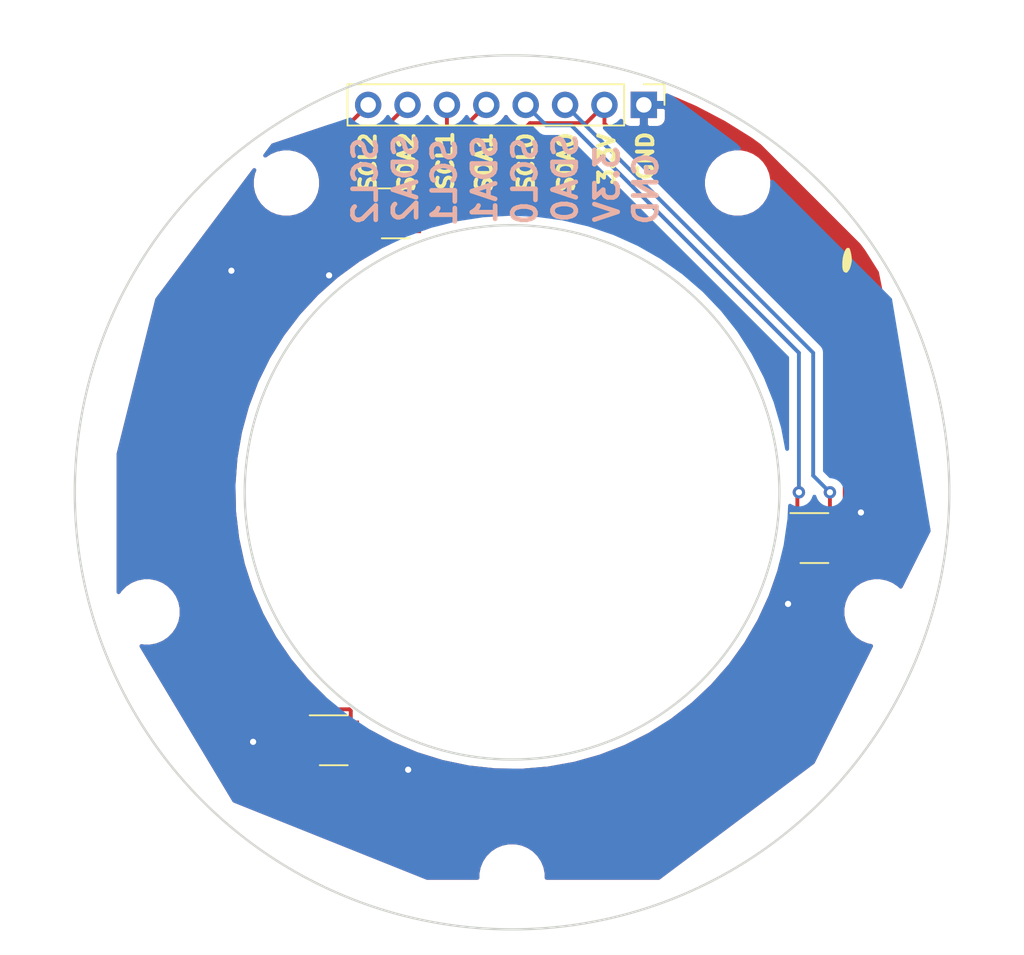
<source format=kicad_pcb>
(kicad_pcb (version 20171130) (host pcbnew 5.0.2-bee76a0~70~ubuntu18.04.1)

  (general
    (thickness 1.6)
    (drawings 19)
    (tracks 71)
    (zones 0)
    (modules 15)
    (nets 9)
  )

  (page A4)
  (layers
    (0 F.Cu signal)
    (31 B.Cu signal)
    (32 B.Adhes user)
    (33 F.Adhes user)
    (34 B.Paste user)
    (35 F.Paste user)
    (36 B.SilkS user)
    (37 F.SilkS user)
    (38 B.Mask user)
    (39 F.Mask user)
    (40 Dwgs.User user)
    (41 Cmts.User user)
    (42 Eco1.User user)
    (43 Eco2.User user)
    (44 Edge.Cuts user)
    (45 Margin user)
    (46 B.CrtYd user)
    (47 F.CrtYd user)
    (48 B.Fab user)
    (49 F.Fab user)
  )

  (setup
    (last_trace_width 0.25)
    (trace_clearance 0.2)
    (zone_clearance 0.508)
    (zone_45_only no)
    (trace_min 0.2)
    (segment_width 0.2)
    (edge_width 0.05)
    (via_size 0.8)
    (via_drill 0.4)
    (via_min_size 0.4)
    (via_min_drill 0.3)
    (uvia_size 0.3)
    (uvia_drill 0.1)
    (uvias_allowed no)
    (uvia_min_size 0.2)
    (uvia_min_drill 0.1)
    (pcb_text_width 0.3)
    (pcb_text_size 1.5 1.5)
    (mod_edge_width 0.12)
    (mod_text_size 1 1)
    (mod_text_width 0.15)
    (pad_size 1.524 1.524)
    (pad_drill 0.762)
    (pad_to_mask_clearance 0.051)
    (solder_mask_min_width 0.25)
    (aux_axis_origin 0 0)
    (visible_elements FFFFFF7F)
    (pcbplotparams
      (layerselection 0x010fc_ffffffff)
      (usegerberextensions false)
      (usegerberattributes false)
      (usegerberadvancedattributes false)
      (creategerberjobfile false)
      (excludeedgelayer true)
      (linewidth 0.100000)
      (plotframeref false)
      (viasonmask false)
      (mode 1)
      (useauxorigin false)
      (hpglpennumber 1)
      (hpglpenspeed 20)
      (hpglpendiameter 15.000000)
      (psnegative false)
      (psa4output false)
      (plotreference true)
      (plotvalue true)
      (plotinvisibletext false)
      (padsonsilk false)
      (subtractmaskfromsilk false)
      (outputformat 1)
      (mirror false)
      (drillshape 0)
      (scaleselection 1)
      (outputdirectory "roboy_3.0_40mm_ball_sensor"))
  )

  (net 0 "")
  (net 1 GND)
  (net 2 +3V3)
  (net 3 /SCL_0)
  (net 4 /SDA_0)
  (net 5 /SCL_1)
  (net 6 /SDA_1)
  (net 7 /SCL_2)
  (net 8 /SDA_2)

  (net_class Default "This is the default net class."
    (clearance 0.2)
    (trace_width 0.25)
    (via_dia 0.8)
    (via_drill 0.4)
    (uvia_dia 0.3)
    (uvia_drill 0.1)
    (add_net +3V3)
    (add_net /SCL_0)
    (add_net /SCL_1)
    (add_net /SCL_2)
    (add_net /SDA_0)
    (add_net /SDA_1)
    (add_net /SDA_2)
    (add_net GND)
  )

  (module MountingHole:MountingHole_3.2mm_M3 (layer F.Cu) (tedit 5D5A7D7D) (tstamp 5D59F654)
    (at 136.958974 107.716443)
    (descr "Mounting Hole 3.2mm, no annular, M3")
    (tags "mounting hole 3.2mm no annular m3")
    (attr virtual)
    (fp_text reference REF** (at 0 -4.2) (layer F.SilkS) hide
      (effects (font (size 1 1) (thickness 0.15)))
    )
    (fp_text value MountingHole_3.2mm_M3 (at 0 4.2) (layer F.Fab)
      (effects (font (size 1 1) (thickness 0.15)))
    )
    (fp_text user %R (at 0.3 0) (layer F.Fab)
      (effects (font (size 1 1) (thickness 0.15)))
    )
    (fp_circle (center 0 0) (end 3.2 0) (layer Cmts.User) (width 0.15))
    (fp_circle (center 0 0) (end 3.45 0) (layer F.CrtYd) (width 0.05))
    (pad 1 np_thru_hole circle (at 0 0) (size 3.2 3.2) (drill 3.2) (layers *.Cu *.Mask))
  )

  (module MountingHole:MountingHole_3.2mm_M3 (layer F.Cu) (tedit 5D5A7D47) (tstamp 5D59F646)
    (at 145.950846 80.042307)
    (descr "Mounting Hole 3.2mm, no annular, M3")
    (tags "mounting hole 3.2mm no annular m3")
    (attr virtual)
    (fp_text reference REF** (at 0 -4.2) (layer F.SilkS) hide
      (effects (font (size 1 1) (thickness 0.15)))
    )
    (fp_text value MountingHole_3.2mm_M3 (at 0 4.2) (layer F.Fab)
      (effects (font (size 1 1) (thickness 0.15)))
    )
    (fp_text user %R (at 0.3 0) (layer F.Fab)
      (effects (font (size 1 1) (thickness 0.15)))
    )
    (fp_circle (center 0 0) (end 3.2 0) (layer Cmts.User) (width 0.15))
    (fp_circle (center 0 0) (end 3.45 0) (layer F.CrtYd) (width 0.05))
    (pad 1 np_thru_hole circle (at 0 0) (size 3.2 3.2) (drill 3.2) (layers *.Cu *.Mask))
  )

  (module MountingHole:MountingHole_3.2mm_M3 (layer F.Cu) (tedit 5D5A7D54) (tstamp 5D59F638)
    (at 175.049154 80.042307)
    (descr "Mounting Hole 3.2mm, no annular, M3")
    (tags "mounting hole 3.2mm no annular m3")
    (attr virtual)
    (fp_text reference REF** (at 0 -4.2) (layer F.SilkS) hide
      (effects (font (size 1 1) (thickness 0.15)))
    )
    (fp_text value MountingHole_3.2mm_M3 (at 0 4.2) (layer F.Fab)
      (effects (font (size 1 1) (thickness 0.15)))
    )
    (fp_text user %R (at 0.3 0) (layer F.Fab)
      (effects (font (size 1 1) (thickness 0.15)))
    )
    (fp_circle (center 0 0) (end 3.2 0) (layer Cmts.User) (width 0.15))
    (fp_circle (center 0 0) (end 3.45 0) (layer F.CrtYd) (width 0.05))
    (pad 1 np_thru_hole circle (at 0 0) (size 3.2 3.2) (drill 3.2) (layers *.Cu *.Mask))
  )

  (module MountingHole:MountingHole_3.2mm_M3 (layer F.Cu) (tedit 5D5A7D5B) (tstamp 5D59F62A)
    (at 184.041026 107.716443)
    (descr "Mounting Hole 3.2mm, no annular, M3")
    (tags "mounting hole 3.2mm no annular m3")
    (attr virtual)
    (fp_text reference REF** (at 0 -4.2) (layer F.SilkS) hide
      (effects (font (size 1 1) (thickness 0.15)))
    )
    (fp_text value MountingHole_3.2mm_M3 (at 0 4.2) (layer F.Fab)
      (effects (font (size 1 1) (thickness 0.15)))
    )
    (fp_text user %R (at 0.3 0) (layer F.Fab)
      (effects (font (size 1 1) (thickness 0.15)))
    )
    (fp_circle (center 0 0) (end 3.2 0) (layer Cmts.User) (width 0.15))
    (fp_circle (center 0 0) (end 3.45 0) (layer F.CrtYd) (width 0.05))
    (pad 1 np_thru_hole circle (at 0 0) (size 3.2 3.2) (drill 3.2) (layers *.Cu *.Mask))
  )

  (module MountingHole:MountingHole_3.2mm_M3 (layer F.Cu) (tedit 5D5A7D69) (tstamp 5D59F50F)
    (at 160.5 124.82)
    (descr "Mounting Hole 3.2mm, no annular, M3")
    (tags "mounting hole 3.2mm no annular m3")
    (attr virtual)
    (fp_text reference REF** (at 0 -4.2) (layer F.SilkS) hide
      (effects (font (size 1 1) (thickness 0.15)))
    )
    (fp_text value MountingHole_3.2mm_M3 (at 0 4.2) (layer F.Fab)
      (effects (font (size 1 1) (thickness 0.15)))
    )
    (fp_circle (center 0 0) (end 3.45 0) (layer F.CrtYd) (width 0.05))
    (fp_circle (center 0 0) (end 3.2 0) (layer Cmts.User) (width 0.15))
    (fp_text user %R (at 0.3 0) (layer F.Fab)
      (effects (font (size 1 1) (thickness 0.15)))
    )
    (pad 1 np_thru_hole circle (at 0 0) (size 3.2 3.2) (drill 3.2) (layers *.Cu *.Mask))
  )

  (module Package_TO_SOT_SMD:SOT-23-6 (layer F.Cu) (tedit 5D5A7D63) (tstamp 5D59F010)
    (at 180 102.95)
    (descr "6-pin SOT-23 package")
    (tags SOT-23-6)
    (path /5D59A236)
    (attr smd)
    (fp_text reference U1 (at 0 -2.9) (layer F.SilkS) hide
      (effects (font (size 1 1) (thickness 0.15)))
    )
    (fp_text value TLV493D (at 0 2.9) (layer F.Fab)
      (effects (font (size 1 1) (thickness 0.15)))
    )
    (fp_line (start 0.9 -1.55) (end 0.9 1.55) (layer F.Fab) (width 0.1))
    (fp_line (start 0.9 1.55) (end -0.9 1.55) (layer F.Fab) (width 0.1))
    (fp_line (start -0.9 -0.9) (end -0.9 1.55) (layer F.Fab) (width 0.1))
    (fp_line (start 0.9 -1.55) (end -0.25 -1.55) (layer F.Fab) (width 0.1))
    (fp_line (start -0.9 -0.9) (end -0.25 -1.55) (layer F.Fab) (width 0.1))
    (fp_line (start -1.9 -1.8) (end -1.9 1.8) (layer F.CrtYd) (width 0.05))
    (fp_line (start -1.9 1.8) (end 1.9 1.8) (layer F.CrtYd) (width 0.05))
    (fp_line (start 1.9 1.8) (end 1.9 -1.8) (layer F.CrtYd) (width 0.05))
    (fp_line (start 1.9 -1.8) (end -1.9 -1.8) (layer F.CrtYd) (width 0.05))
    (fp_line (start 0.9 -1.61) (end -1.55 -1.61) (layer F.SilkS) (width 0.12))
    (fp_line (start -0.9 1.61) (end 0.9 1.61) (layer F.SilkS) (width 0.12))
    (fp_text user %R (at 0 0 90) (layer F.Fab)
      (effects (font (size 0.5 0.5) (thickness 0.075)))
    )
    (pad 5 smd rect (at 1.1 0) (size 1.06 0.65) (layers F.Cu F.Paste F.Mask)
      (net 1 GND))
    (pad 6 smd rect (at 1.1 -0.95) (size 1.06 0.65) (layers F.Cu F.Paste F.Mask)
      (net 4 /SDA_0))
    (pad 4 smd rect (at 1.1 0.95) (size 1.06 0.65) (layers F.Cu F.Paste F.Mask)
      (net 2 +3V3))
    (pad 3 smd rect (at -1.1 0.95) (size 1.06 0.65) (layers F.Cu F.Paste F.Mask)
      (net 1 GND))
    (pad 2 smd rect (at -1.1 0) (size 1.06 0.65) (layers F.Cu F.Paste F.Mask)
      (net 1 GND))
    (pad 1 smd rect (at -1.1 -0.95) (size 1.06 0.65) (layers F.Cu F.Paste F.Mask)
      (net 3 /SCL_0))
    (model ${KISYS3DMOD}/Package_TO_SOT_SMD.3dshapes/SOT-23-6.wrl
      (at (xyz 0 0 0))
      (scale (xyz 1 1 1))
      (rotate (xyz 0 0 0))
    )
  )

  (module Package_TO_SOT_SMD:SOT-23-6 (layer F.Cu) (tedit 5D5A7D42) (tstamp 5D59F026)
    (at 153 82)
    (descr "6-pin SOT-23 package")
    (tags SOT-23-6)
    (path /5D599E60)
    (attr smd)
    (fp_text reference U2 (at 0 -2.9) (layer F.SilkS) hide
      (effects (font (size 1 1) (thickness 0.15)))
    )
    (fp_text value TLV493D (at 0 2.9) (layer F.Fab)
      (effects (font (size 1 1) (thickness 0.15)))
    )
    (fp_text user %R (at 0 0 90) (layer F.Fab)
      (effects (font (size 0.5 0.5) (thickness 0.075)))
    )
    (fp_line (start -0.9 1.61) (end 0.9 1.61) (layer F.SilkS) (width 0.12))
    (fp_line (start 0.9 -1.61) (end -1.55 -1.61) (layer F.SilkS) (width 0.12))
    (fp_line (start 1.9 -1.8) (end -1.9 -1.8) (layer F.CrtYd) (width 0.05))
    (fp_line (start 1.9 1.8) (end 1.9 -1.8) (layer F.CrtYd) (width 0.05))
    (fp_line (start -1.9 1.8) (end 1.9 1.8) (layer F.CrtYd) (width 0.05))
    (fp_line (start -1.9 -1.8) (end -1.9 1.8) (layer F.CrtYd) (width 0.05))
    (fp_line (start -0.9 -0.9) (end -0.25 -1.55) (layer F.Fab) (width 0.1))
    (fp_line (start 0.9 -1.55) (end -0.25 -1.55) (layer F.Fab) (width 0.1))
    (fp_line (start -0.9 -0.9) (end -0.9 1.55) (layer F.Fab) (width 0.1))
    (fp_line (start 0.9 1.55) (end -0.9 1.55) (layer F.Fab) (width 0.1))
    (fp_line (start 0.9 -1.55) (end 0.9 1.55) (layer F.Fab) (width 0.1))
    (pad 1 smd rect (at -1.1 -0.95) (size 1.06 0.65) (layers F.Cu F.Paste F.Mask)
      (net 5 /SCL_1))
    (pad 2 smd rect (at -1.1 0) (size 1.06 0.65) (layers F.Cu F.Paste F.Mask)
      (net 1 GND))
    (pad 3 smd rect (at -1.1 0.95) (size 1.06 0.65) (layers F.Cu F.Paste F.Mask)
      (net 1 GND))
    (pad 4 smd rect (at 1.1 0.95) (size 1.06 0.65) (layers F.Cu F.Paste F.Mask)
      (net 2 +3V3))
    (pad 6 smd rect (at 1.1 -0.95) (size 1.06 0.65) (layers F.Cu F.Paste F.Mask)
      (net 6 /SDA_1))
    (pad 5 smd rect (at 1.1 0) (size 1.06 0.65) (layers F.Cu F.Paste F.Mask)
      (net 1 GND))
    (model ${KISYS3DMOD}/Package_TO_SOT_SMD.3dshapes/SOT-23-6.wrl
      (at (xyz 0 0 0))
      (scale (xyz 1 1 1))
      (rotate (xyz 0 0 0))
    )
  )

  (module Package_TO_SOT_SMD:SOT-23-6 (layer F.Cu) (tedit 5D5A7D73) (tstamp 5D59F03C)
    (at 149 116)
    (descr "6-pin SOT-23 package")
    (tags SOT-23-6)
    (path /5D59A62C)
    (attr smd)
    (fp_text reference U3 (at 0 -2.9) (layer F.SilkS) hide
      (effects (font (size 1 1) (thickness 0.15)))
    )
    (fp_text value TLV493D (at 0 2.9) (layer F.Fab)
      (effects (font (size 1 1) (thickness 0.15)))
    )
    (fp_text user %R (at 0 0 90) (layer F.Fab)
      (effects (font (size 0.5 0.5) (thickness 0.075)))
    )
    (fp_line (start -0.9 1.61) (end 0.9 1.61) (layer F.SilkS) (width 0.12))
    (fp_line (start 0.9 -1.61) (end -1.55 -1.61) (layer F.SilkS) (width 0.12))
    (fp_line (start 1.9 -1.8) (end -1.9 -1.8) (layer F.CrtYd) (width 0.05))
    (fp_line (start 1.9 1.8) (end 1.9 -1.8) (layer F.CrtYd) (width 0.05))
    (fp_line (start -1.9 1.8) (end 1.9 1.8) (layer F.CrtYd) (width 0.05))
    (fp_line (start -1.9 -1.8) (end -1.9 1.8) (layer F.CrtYd) (width 0.05))
    (fp_line (start -0.9 -0.9) (end -0.25 -1.55) (layer F.Fab) (width 0.1))
    (fp_line (start 0.9 -1.55) (end -0.25 -1.55) (layer F.Fab) (width 0.1))
    (fp_line (start -0.9 -0.9) (end -0.9 1.55) (layer F.Fab) (width 0.1))
    (fp_line (start 0.9 1.55) (end -0.9 1.55) (layer F.Fab) (width 0.1))
    (fp_line (start 0.9 -1.55) (end 0.9 1.55) (layer F.Fab) (width 0.1))
    (pad 1 smd rect (at -1.1 -0.95) (size 1.06 0.65) (layers F.Cu F.Paste F.Mask)
      (net 7 /SCL_2))
    (pad 2 smd rect (at -1.1 0) (size 1.06 0.65) (layers F.Cu F.Paste F.Mask)
      (net 1 GND))
    (pad 3 smd rect (at -1.1 0.95) (size 1.06 0.65) (layers F.Cu F.Paste F.Mask)
      (net 1 GND))
    (pad 4 smd rect (at 1.1 0.95) (size 1.06 0.65) (layers F.Cu F.Paste F.Mask)
      (net 2 +3V3))
    (pad 6 smd rect (at 1.1 -0.95) (size 1.06 0.65) (layers F.Cu F.Paste F.Mask)
      (net 8 /SDA_2))
    (pad 5 smd rect (at 1.1 0) (size 1.06 0.65) (layers F.Cu F.Paste F.Mask)
      (net 1 GND))
    (model ${KISYS3DMOD}/Package_TO_SOT_SMD.3dshapes/SOT-23-6.wrl
      (at (xyz 0 0 0))
      (scale (xyz 1 1 1))
      (rotate (xyz 0 0 0))
    )
  )

  (module Connector_PinHeader_2.54mm:PinHeader_1x08_P2.54mm_Vertical (layer F.Cu) (tedit 5D5A7D4F) (tstamp 5D59F847)
    (at 169 75 270)
    (descr "Through hole straight pin header, 1x08, 2.54mm pitch, single row")
    (tags "Through hole pin header THT 1x08 2.54mm single row")
    (path /5D5A49FD)
    (fp_text reference J1 (at 0 -2.33 90) (layer F.SilkS) hide
      (effects (font (size 1 1) (thickness 0.15)))
    )
    (fp_text value Conn_01x08_Male (at 0 20.11 90) (layer F.Fab)
      (effects (font (size 1 1) (thickness 0.15)))
    )
    (fp_line (start -0.635 -1.27) (end 1.27 -1.27) (layer F.Fab) (width 0.1))
    (fp_line (start 1.27 -1.27) (end 1.27 19.05) (layer F.Fab) (width 0.1))
    (fp_line (start 1.27 19.05) (end -1.27 19.05) (layer F.Fab) (width 0.1))
    (fp_line (start -1.27 19.05) (end -1.27 -0.635) (layer F.Fab) (width 0.1))
    (fp_line (start -1.27 -0.635) (end -0.635 -1.27) (layer F.Fab) (width 0.1))
    (fp_line (start -1.33 19.11) (end 1.33 19.11) (layer F.SilkS) (width 0.12))
    (fp_line (start -1.33 1.27) (end -1.33 19.11) (layer F.SilkS) (width 0.12))
    (fp_line (start 1.33 1.27) (end 1.33 19.11) (layer F.SilkS) (width 0.12))
    (fp_line (start -1.33 1.27) (end 1.33 1.27) (layer F.SilkS) (width 0.12))
    (fp_line (start -1.33 0) (end -1.33 -1.33) (layer F.SilkS) (width 0.12))
    (fp_line (start -1.33 -1.33) (end 0 -1.33) (layer F.SilkS) (width 0.12))
    (fp_line (start -1.8 -1.8) (end -1.8 19.55) (layer F.CrtYd) (width 0.05))
    (fp_line (start -1.8 19.55) (end 1.8 19.55) (layer F.CrtYd) (width 0.05))
    (fp_line (start 1.8 19.55) (end 1.8 -1.8) (layer F.CrtYd) (width 0.05))
    (fp_line (start 1.8 -1.8) (end -1.8 -1.8) (layer F.CrtYd) (width 0.05))
    (fp_text user %R (at 0 8.89) (layer F.Fab)
      (effects (font (size 1 1) (thickness 0.15)))
    )
    (pad 1 thru_hole rect (at 0 0 270) (size 1.7 1.7) (drill 1) (layers *.Cu *.Mask)
      (net 1 GND))
    (pad 2 thru_hole oval (at 0 2.54 270) (size 1.7 1.7) (drill 1) (layers *.Cu *.Mask)
      (net 2 +3V3))
    (pad 3 thru_hole oval (at 0 5.08 270) (size 1.7 1.7) (drill 1) (layers *.Cu *.Mask)
      (net 4 /SDA_0))
    (pad 4 thru_hole oval (at 0 7.62 270) (size 1.7 1.7) (drill 1) (layers *.Cu *.Mask)
      (net 3 /SCL_0))
    (pad 5 thru_hole oval (at 0 10.16 270) (size 1.7 1.7) (drill 1) (layers *.Cu *.Mask)
      (net 6 /SDA_1))
    (pad 6 thru_hole oval (at 0 12.7 270) (size 1.7 1.7) (drill 1) (layers *.Cu *.Mask)
      (net 5 /SCL_1))
    (pad 7 thru_hole oval (at 0 15.24 270) (size 1.7 1.7) (drill 1) (layers *.Cu *.Mask)
      (net 8 /SDA_2))
    (pad 8 thru_hole oval (at 0 17.78 270) (size 1.7 1.7) (drill 1) (layers *.Cu *.Mask)
      (net 7 /SCL_2))
    (model ${KISYS3DMOD}/Connector_PinHeader_2.54mm.3dshapes/PinHeader_1x08_P2.54mm_Vertical.wrl
      (at (xyz 0 0 0))
      (scale (xyz 1 1 1))
      (rotate (xyz 0 0 0))
    )
  )

  (module Capacitor_SMD:C_0402_1005Metric (layer F.Cu) (tedit 5D5A7D5F) (tstamp 5D66AAA2)
    (at 179.5 105.4 180)
    (descr "Capacitor SMD 0402 (1005 Metric), square (rectangular) end terminal, IPC_7351 nominal, (Body size source: http://www.tortai-tech.com/upload/download/2011102023233369053.pdf), generated with kicad-footprint-generator")
    (tags capacitor)
    (path /5D5A7D8D)
    (attr smd)
    (fp_text reference C1 (at 0 -1.17 180) (layer F.SilkS) hide
      (effects (font (size 1 1) (thickness 0.15)))
    )
    (fp_text value C (at 0 1.17 180) (layer F.Fab)
      (effects (font (size 1 1) (thickness 0.15)))
    )
    (fp_line (start -0.5 0.25) (end -0.5 -0.25) (layer F.Fab) (width 0.1))
    (fp_line (start -0.5 -0.25) (end 0.5 -0.25) (layer F.Fab) (width 0.1))
    (fp_line (start 0.5 -0.25) (end 0.5 0.25) (layer F.Fab) (width 0.1))
    (fp_line (start 0.5 0.25) (end -0.5 0.25) (layer F.Fab) (width 0.1))
    (fp_line (start -0.93 0.47) (end -0.93 -0.47) (layer F.CrtYd) (width 0.05))
    (fp_line (start -0.93 -0.47) (end 0.93 -0.47) (layer F.CrtYd) (width 0.05))
    (fp_line (start 0.93 -0.47) (end 0.93 0.47) (layer F.CrtYd) (width 0.05))
    (fp_line (start 0.93 0.47) (end -0.93 0.47) (layer F.CrtYd) (width 0.05))
    (fp_text user %R (at 0 0 180) (layer F.Fab)
      (effects (font (size 0.25 0.25) (thickness 0.04)))
    )
    (pad 1 smd roundrect (at -0.485 0 180) (size 0.59 0.64) (layers F.Cu F.Paste F.Mask) (roundrect_rratio 0.25)
      (net 2 +3V3))
    (pad 2 smd roundrect (at 0.485 0 180) (size 0.59 0.64) (layers F.Cu F.Paste F.Mask) (roundrect_rratio 0.25)
      (net 1 GND))
    (model ${KISYS3DMOD}/Capacitor_SMD.3dshapes/C_0402_1005Metric.wrl
      (at (xyz 0 0 0))
      (scale (xyz 1 1 1))
      (rotate (xyz 0 0 0))
    )
  )

  (module Capacitor_SMD:C_0402_1005Metric (layer F.Cu) (tedit 5D5A7F2C) (tstamp 5D66AAB1)
    (at 155.7 81.4 90)
    (descr "Capacitor SMD 0402 (1005 Metric), square (rectangular) end terminal, IPC_7351 nominal, (Body size source: http://www.tortai-tech.com/upload/download/2011102023233369053.pdf), generated with kicad-footprint-generator")
    (tags capacitor)
    (path /5D5A8046)
    (attr smd)
    (fp_text reference C2 (at 0 -1.17 90) (layer F.SilkS) hide
      (effects (font (size 1 1) (thickness 0.15)))
    )
    (fp_text value C (at 0 1.17 90) (layer F.Fab)
      (effects (font (size 1 1) (thickness 0.15)))
    )
    (fp_text user %R (at 0 0 90) (layer F.Fab)
      (effects (font (size 0.25 0.25) (thickness 0.04)))
    )
    (fp_line (start 0.93 0.47) (end -0.93 0.47) (layer F.CrtYd) (width 0.05))
    (fp_line (start 0.93 -0.47) (end 0.93 0.47) (layer F.CrtYd) (width 0.05))
    (fp_line (start -0.93 -0.47) (end 0.93 -0.47) (layer F.CrtYd) (width 0.05))
    (fp_line (start -0.93 0.47) (end -0.93 -0.47) (layer F.CrtYd) (width 0.05))
    (fp_line (start 0.5 0.25) (end -0.5 0.25) (layer F.Fab) (width 0.1))
    (fp_line (start 0.5 -0.25) (end 0.5 0.25) (layer F.Fab) (width 0.1))
    (fp_line (start -0.5 -0.25) (end 0.5 -0.25) (layer F.Fab) (width 0.1))
    (fp_line (start -0.5 0.25) (end -0.5 -0.25) (layer F.Fab) (width 0.1))
    (pad 2 smd roundrect (at 0.485 0 90) (size 0.59 0.64) (layers F.Cu F.Paste F.Mask) (roundrect_rratio 0.25)
      (net 1 GND))
    (pad 1 smd roundrect (at -0.485 0 90) (size 0.59 0.64) (layers F.Cu F.Paste F.Mask) (roundrect_rratio 0.25)
      (net 2 +3V3))
    (model ${KISYS3DMOD}/Capacitor_SMD.3dshapes/C_0402_1005Metric.wrl
      (at (xyz 0 0 0))
      (scale (xyz 1 1 1))
      (rotate (xyz 0 0 0))
    )
  )

  (module Capacitor_SMD:C_0402_1005Metric (layer F.Cu) (tedit 5D5A7D6E) (tstamp 5D66AAC0)
    (at 151.5 117.5 90)
    (descr "Capacitor SMD 0402 (1005 Metric), square (rectangular) end terminal, IPC_7351 nominal, (Body size source: http://www.tortai-tech.com/upload/download/2011102023233369053.pdf), generated with kicad-footprint-generator")
    (tags capacitor)
    (path /5D5A81EE)
    (attr smd)
    (fp_text reference C3 (at 0 -1.17 90) (layer F.SilkS) hide
      (effects (font (size 1 1) (thickness 0.15)))
    )
    (fp_text value C (at 0 1.17 90) (layer F.Fab)
      (effects (font (size 1 1) (thickness 0.15)))
    )
    (fp_line (start -0.5 0.25) (end -0.5 -0.25) (layer F.Fab) (width 0.1))
    (fp_line (start -0.5 -0.25) (end 0.5 -0.25) (layer F.Fab) (width 0.1))
    (fp_line (start 0.5 -0.25) (end 0.5 0.25) (layer F.Fab) (width 0.1))
    (fp_line (start 0.5 0.25) (end -0.5 0.25) (layer F.Fab) (width 0.1))
    (fp_line (start -0.93 0.47) (end -0.93 -0.47) (layer F.CrtYd) (width 0.05))
    (fp_line (start -0.93 -0.47) (end 0.93 -0.47) (layer F.CrtYd) (width 0.05))
    (fp_line (start 0.93 -0.47) (end 0.93 0.47) (layer F.CrtYd) (width 0.05))
    (fp_line (start 0.93 0.47) (end -0.93 0.47) (layer F.CrtYd) (width 0.05))
    (fp_text user %R (at 0 0 90) (layer F.Fab)
      (effects (font (size 0.25 0.25) (thickness 0.04)))
    )
    (pad 1 smd roundrect (at -0.485 0 90) (size 0.59 0.64) (layers F.Cu F.Paste F.Mask) (roundrect_rratio 0.25)
      (net 2 +3V3))
    (pad 2 smd roundrect (at 0.485 0 90) (size 0.59 0.64) (layers F.Cu F.Paste F.Mask) (roundrect_rratio 0.25)
      (net 1 GND))
    (model ${KISYS3DMOD}/Capacitor_SMD.3dshapes/C_0402_1005Metric.wrl
      (at (xyz 0 0 0))
      (scale (xyz 1 1 1))
      (rotate (xyz 0 0 0))
    )
  )

  (module custom_lib:R1_face_mask_5.5mm (layer F.Cu) (tedit 5A75A9C8) (tstamp 5D7053A3)
    (at 180 85)
    (fp_text reference G*** (at 0 0) (layer F.SilkS) hide
      (effects (font (size 1.524 1.524) (thickness 0.3)))
    )
    (fp_text value LOGO (at 0.75 0) (layer F.SilkS) hide
      (effects (font (size 1.524 1.524) (thickness 0.3)))
    )
    (fp_poly (pts (xy 0.111411 -2.752342) (xy 0.160303 -2.750966) (xy 0.201791 -2.748773) (xy 0.204248 -2.748596)
      (xy 0.37073 -2.731383) (xy 0.534856 -2.704381) (xy 0.696263 -2.667764) (xy 0.854589 -2.621703)
      (xy 1.00947 -2.566372) (xy 1.160545 -2.501944) (xy 1.307451 -2.42859) (xy 1.449824 -2.346485)
      (xy 1.587304 -2.255801) (xy 1.719526 -2.15671) (xy 1.846128 -2.049386) (xy 1.966748 -1.934001)
      (xy 2.011488 -1.887494) (xy 2.122388 -1.762198) (xy 2.224852 -1.63132) (xy 2.318766 -1.495106)
      (xy 2.404014 -1.353803) (xy 2.480485 -1.207656) (xy 2.548064 -1.056909) (xy 2.606637 -0.90181)
      (xy 2.65609 -0.742604) (xy 2.69631 -0.579535) (xy 2.727184 -0.412851) (xy 2.741027 -0.31242)
      (xy 2.743688 -0.284386) (xy 2.746056 -0.247842) (xy 2.748107 -0.204435) (xy 2.749818 -0.155812)
      (xy 2.751168 -0.103621) (xy 2.752131 -0.049507) (xy 2.752687 0.004881) (xy 2.75281 0.057898)
      (xy 2.752479 0.107897) (xy 2.751671 0.153229) (xy 2.750362 0.19225) (xy 2.748529 0.223311)
      (xy 2.748521 0.223409) (xy 2.730425 0.387738) (xy 2.702523 0.549947) (xy 2.665024 0.709636)
      (xy 2.618137 0.866405) (xy 2.562068 1.019853) (xy 2.497026 1.16958) (xy 2.42322 1.315186)
      (xy 2.340858 1.456271) (xy 2.250147 1.592433) (xy 2.151295 1.723273) (xy 2.044512 1.848391)
      (xy 1.930005 1.967385) (xy 1.807982 2.079856) (xy 1.763827 2.117365) (xy 1.632339 2.220164)
      (xy 1.495556 2.31437) (xy 1.35382 2.399844) (xy 1.207475 2.476444) (xy 1.056863 2.54403)
      (xy 0.902328 2.602462) (xy 0.744213 2.651599) (xy 0.582861 2.6913) (xy 0.418615 2.721425)
      (xy 0.251818 2.741834) (xy 0.23622 2.74323) (xy 0.204605 2.745421) (xy 0.165273 2.747283)
      (xy 0.120337 2.748791) (xy 0.071909 2.749916) (xy 0.022102 2.750634) (xy -0.026971 2.750917)
      (xy -0.073198 2.75074) (xy -0.114466 2.750076) (xy -0.148662 2.748899) (xy -0.161306 2.748187)
      (xy -0.330938 2.732042) (xy -0.497622 2.706308) (xy -0.661092 2.671099) (xy -0.821084 2.626529)
      (xy -0.977333 2.572712) (xy -1.129573 2.509763) (xy -1.277539 2.437796) (xy -1.420967 2.356925)
      (xy -1.559592 2.267265) (xy -1.693148 2.168929) (xy -1.82137 2.062031) (xy -1.882731 2.006036)
      (xy -2.001121 1.887867) (xy -2.111521 1.763571) (xy -2.213759 1.63351) (xy -2.307662 1.498048)
      (xy -2.393057 1.357546) (xy -2.469771 1.212369) (xy -2.53763 1.06288) (xy -2.596463 0.909441)
      (xy -2.646096 0.752416) (xy -2.686356 0.592168) (xy -2.71707 0.42906) (xy -2.738065 0.263454)
      (xy -2.743516 0.199168) (xy -2.745765 0.158243) (xy -2.747194 0.109784) (xy -2.747842 0.055741)
      (xy -2.747746 -0.001935) (xy -2.747155 -0.04572) (xy -1.064134 -0.04572) (xy -1.063913 0.014867)
      (xy -1.0632 0.067255) (xy -1.061846 0.113398) (xy -1.059704 0.155249) (xy -1.056624 0.194763)
      (xy -1.052459 0.233895) (xy -1.047061 0.274598) (xy -1.040281 0.318827) (xy -1.033317 0.36068)
      (xy -1.008679 0.485767) (xy -0.976828 0.615784) (xy -0.938356 0.749155) (xy -0.893854 0.884306)
      (xy -0.843915 1.01966) (xy -0.789131 1.153644) (xy -0.730093 1.284683) (xy -0.667395 1.411201)
      (xy -0.601627 1.531623) (xy -0.577862 1.57226) (xy -0.55215 1.61415) (xy -0.527608 1.65107)
      (xy -0.502542 1.685163) (xy -0.475261 1.718577) (xy -0.444073 1.753455) (xy -0.407286 1.791944)
      (xy -0.393763 1.805668) (xy -0.325461 1.872063) (xy -0.259968 1.930339) (xy -0.19582 1.981594)
      (xy -0.131555 2.026927) (xy -0.065708 2.067436) (xy 0.003183 2.10422) (xy 0.005625 2.105432)
      (xy 0.072865 2.136631) (xy 0.140523 2.163591) (xy 0.209818 2.186574) (xy 0.281972 2.205841)
      (xy 0.358208 2.221653) (xy 0.439746 2.234271) (xy 0.527807 2.243955) (xy 0.623614 2.250968)
      (xy 0.704301 2.254743) (xy 0.718468 2.254065) (xy 0.739174 2.251605) (xy 0.763042 2.247805)
      (xy 0.776346 2.245295) (xy 0.882126 2.218969) (xy 0.986227 2.182724) (xy 1.08874 2.13652)
      (xy 1.189759 2.080316) (xy 1.268715 2.028715) (xy 1.304948 2.002443) (xy 1.345856 1.971048)
      (xy 1.390005 1.935764) (xy 1.435964 1.897826) (xy 1.482299 1.858467) (xy 1.527577 1.818921)
      (xy 1.570365 1.780423) (xy 1.60923 1.744207) (xy 1.64274 1.711506) (xy 1.669357 1.683669)
      (xy 1.719078 1.626571) (xy 1.768026 1.565833) (xy 1.815342 1.502772) (xy 1.860168 1.438702)
      (xy 1.901646 1.374939) (xy 1.938916 1.3128) (xy 1.97112 1.2536) (xy 1.997399 1.198654)
      (xy 2.015547 1.15316) (xy 2.027166 1.116683) (xy 2.033669 1.08692) (xy 2.035291 1.061946)
      (xy 2.032266 1.039838) (xy 2.030229 1.032655) (xy 2.021899 0.999183) (xy 2.015174 0.95585)
      (xy 2.010045 0.902582) (xy 2.008557 0.88048) (xy 2.006914 0.857285) (xy 2.005091 0.837827)
      (xy 2.003327 0.824354) (xy 2.002048 0.819279) (xy 1.995985 0.815091) (xy 1.983461 0.808816)
      (xy 1.971213 0.803494) (xy 1.935191 0.785805) (xy 1.90505 0.764111) (xy 1.880055 0.737333)
      (xy 1.859472 0.704396) (xy 1.842567 0.664221) (xy 1.828606 0.615733) (xy 1.821731 0.5842)
      (xy 1.813109 0.529984) (xy 1.806872 0.467299) (xy 1.803003 0.397547) (xy 1.801488 0.322131)
      (xy 1.80231 0.242453) (xy 1.805454 0.159917) (xy 1.810904 0.075924) (xy 1.818644 -0.008122)
      (xy 1.828658 -0.090819) (xy 1.829391 -0.096143) (xy 1.837683 -0.147379) (xy 1.848851 -0.201477)
      (xy 1.863299 -0.260119) (xy 1.881436 -0.324988) (xy 1.897507 -0.378106) (xy 1.908001 -0.413404)
      (xy 1.914749 -0.439777) (xy 1.917856 -0.457702) (xy 1.91763 -0.467006) (xy 1.916992 -0.474183)
      (xy 1.916273 -0.490661) (xy 1.91549 -0.515578) (xy 1.914662 -0.548074) (xy 1.913807 -0.587292)
      (xy 1.912943 -0.632369) (xy 1.912087 -0.682447) (xy 1.911258 -0.736665) (xy 1.910474 -0.794164)
      (xy 1.910024 -0.83058) (xy 1.909099 -0.905134) (xy 1.908178 -0.970564) (xy 1.907209 -1.027906)
      (xy 1.906143 -1.078198) (xy 1.904928 -1.122475) (xy 1.903514 -1.161772) (xy 1.901851 -1.197128)
      (xy 1.899886 -1.229578) (xy 1.89757 -1.260157) (xy 1.894853 -1.289903) (xy 1.891682 -1.319852)
      (xy 1.888009 -1.351039) (xy 1.883781 -1.384502) (xy 1.882415 -1.395005) (xy 1.87345 -1.457467)
      (xy 1.862637 -1.522818) (xy 1.850663 -1.587228) (xy 1.838216 -1.646869) (xy 1.833201 -1.66878)
      (xy 1.827194 -1.69426) (xy 1.821859 -1.716922) (xy 1.817719 -1.734535) (xy 1.8153 -1.744865)
      (xy 1.815099 -1.745727) (xy 1.809514 -1.755404) (xy 1.79677 -1.76986) (xy 1.778059 -1.788088)
      (xy 1.754573 -1.80908) (xy 1.727505 -1.83183) (xy 1.698047 -1.855329) (xy 1.667391 -1.87857)
      (xy 1.636729 -1.900546) (xy 1.6129 -1.916602) (xy 1.519663 -1.971439) (xy 1.420366 -2.018335)
      (xy 1.314885 -2.057335) (xy 1.203099 -2.088485) (xy 1.084885 -2.111827) (xy 1.07442 -2.113471)
      (xy 1.029797 -2.119006) (xy 0.977546 -2.123267) (xy 0.920123 -2.126211) (xy 0.859984 -2.127792)
      (xy 0.799587 -2.127964) (xy 0.741389 -2.126684) (xy 0.687846 -2.123906) (xy 0.65532 -2.121136)
      (xy 0.518305 -2.103124) (xy 0.386889 -2.077752) (xy 0.261374 -2.045137) (xy 0.142065 -2.005393)
      (xy 0.029262 -1.958638) (xy -0.07673 -1.904986) (xy -0.175609 -1.844553) (xy -0.267072 -1.777456)
      (xy -0.287693 -1.760535) (xy -0.320882 -1.731516) (xy -0.353274 -1.700572) (xy -0.386365 -1.66613)
      (xy -0.421651 -1.626622) (xy -0.460628 -1.580476) (xy -0.469483 -1.56972) (xy -0.573094 -1.437268)
      (xy -0.666621 -1.304813) (xy -0.750142 -1.172203) (xy -0.823732 -1.039284) (xy -0.887467 -0.905902)
      (xy -0.941423 -0.771902) (xy -0.985676 -0.637133) (xy -1.020303 -0.501439) (xy -1.035661 -0.42418)
      (xy -1.043138 -0.381036) (xy -1.049213 -0.342439) (xy -1.054025 -0.306548) (xy -1.057713 -0.271523)
      (xy -1.060415 -0.235523) (xy -1.06227 -0.196709) (xy -1.063415 -0.153238) (xy -1.063991 -0.103271)
      (xy -1.064134 -0.04572) (xy -2.747155 -0.04572) (xy -2.746944 -0.061296) (xy -2.745474 -0.120389)
      (xy -2.743376 -0.177265) (xy -2.740686 -0.229973) (xy -2.737444 -0.276563) (xy -2.733686 -0.315085)
      (xy -2.733418 -0.31732) (xy -2.707944 -0.486852) (xy -2.673272 -0.652074) (xy -2.629371 -0.813062)
      (xy -2.576208 -0.969888) (xy -2.513751 -1.122626) (xy -2.44197 -1.27135) (xy -2.360831 -1.416134)
      (xy -2.270303 -1.557052) (xy -2.170354 -1.694178) (xy -2.102843 -1.778282) (xy -2.077746 -1.807266)
      (xy -2.04654 -1.841436) (xy -2.010746 -1.879272) (xy -1.971884 -1.919253) (xy -1.931477 -1.959857)
      (xy -1.891045 -1.999562) (xy -1.85211 -2.036849) (xy -1.816192 -2.070195) (xy -1.784814 -2.09808)
      (xy -1.773202 -2.107923) (xy -1.656874 -2.200237) (xy -1.539865 -2.283925) (xy -1.420014 -2.360414)
      (xy -1.295164 -2.43113) (xy -1.24206 -2.45877) (xy -1.096799 -2.527483) (xy -0.949547 -2.586924)
      (xy -0.799455 -2.63735) (xy -0.645676 -2.679016) (xy -0.48736 -2.712177) (xy -0.323658 -2.737089)
      (xy -0.31224 -2.738498) (xy -0.274326 -2.742289) (xy -0.228213 -2.745567) (xy -0.175852 -2.748295)
      (xy -0.119194 -2.750434) (xy -0.060188 -2.751946) (xy -0.000785 -2.752794) (xy 0.057065 -2.752938)
      (xy 0.111411 -2.752342)) (layer F.Mask) (width 0.01))
    (fp_poly (pts (xy -0.475534 0.929926) (xy -0.460446 0.941333) (xy -0.458211 0.94361) (xy -0.442003 0.964076)
      (xy -0.428697 0.987188) (xy -0.418605 1.011348) (xy -0.412039 1.03496) (xy -0.409309 1.056426)
      (xy -0.410726 1.07415) (xy -0.416603 1.086535) (xy -0.42725 1.091983) (xy -0.42926 1.092103)
      (xy -0.436681 1.08969) (xy -0.448182 1.083702) (xy -0.449903 1.082671) (xy -0.466901 1.067908)
      (xy -0.482633 1.046401) (xy -0.496083 1.020683) (xy -0.506236 0.993289) (xy -0.512079 0.966754)
      (xy -0.512595 0.943613) (xy -0.509997 0.932595) (xy -0.502578 0.925074) (xy -0.490334 0.924345)
      (xy -0.475534 0.929926)) (layer F.Mask) (width 0.01))
    (fp_poly (pts (xy 0.963667 0.651102) (xy 0.976744 0.654493) (xy 0.988048 0.661622) (xy 0.990392 0.663545)
      (xy 1.009692 0.685382) (xy 1.019619 0.709859) (xy 1.019926 0.735768) (xy 1.010441 0.761765)
      (xy 0.996012 0.780859) (xy 0.977537 0.792325) (xy 0.953024 0.79721) (xy 0.942228 0.79756)
      (xy 0.924829 0.796947) (xy 0.913155 0.793934) (xy 0.902794 0.786758) (xy 0.893903 0.778259)
      (xy 0.877278 0.755369) (xy 0.869936 0.730434) (xy 0.871832 0.705206) (xy 0.882919 0.681436)
      (xy 0.896859 0.665951) (xy 0.908713 0.656754) (xy 0.92003 0.652033) (xy 0.93513 0.650369)
      (xy 0.944667 0.65024) (xy 0.963667 0.651102)) (layer F.Mask) (width 0.01))
  )

  (module custom_lib:R1_ear_silk_5.5mm (layer F.Cu) (tedit 5A75A981) (tstamp 5D7053AE)
    (at 180 85)
    (fp_text reference G*** (at 0 0) (layer F.SilkS) hide
      (effects (font (size 1.524 1.524) (thickness 0.3)))
    )
    (fp_text value LOGO (at 0.75 0) (layer F.SilkS) hide
      (effects (font (size 1.524 1.524) (thickness 0.3)))
    )
    (fp_poly (pts (xy 2.178201 -0.770262) (xy 2.198348 -0.768035) (xy 2.215863 -0.764436) (xy 2.231188 -0.758692)
      (xy 2.244766 -0.750029) (xy 2.257039 -0.737676) (xy 2.26845 -0.72086) (xy 2.27944 -0.698807)
      (xy 2.290453 -0.670745) (xy 2.301931 -0.635901) (xy 2.314316 -0.593502) (xy 2.32805 -0.542775)
      (xy 2.343577 -0.482948) (xy 2.344299 -0.480133) (xy 2.361506 -0.407526) (xy 2.37554 -0.335724)
      (xy 2.386689 -0.262557) (xy 2.395238 -0.18585) (xy 2.401474 -0.103431) (xy 2.405609 -0.01524)
      (xy 2.406717 0.018405) (xy 2.407222 0.044525) (xy 2.406933 0.065749) (xy 2.405658 0.084703)
      (xy 2.403208 0.104014) (xy 2.399391 0.126309) (xy 2.394016 0.154217) (xy 2.392872 0.16002)
      (xy 2.376391 0.238711) (xy 2.358865 0.313406) (xy 2.340546 0.383339) (xy 2.321687 0.447741)
      (xy 2.302541 0.505845) (xy 2.283359 0.556882) (xy 2.264394 0.600085) (xy 2.2459 0.634686)
      (xy 2.228657 0.659293) (xy 2.217953 0.672749) (xy 2.203677 0.691717) (xy 2.187975 0.713311)
      (xy 2.177487 0.728152) (xy 2.151986 0.762275) (xy 2.128222 0.789201) (xy 2.106922 0.808184)
      (xy 2.089823 0.818106) (xy 2.077848 0.820698) (xy 2.060149 0.822358) (xy 2.045639 0.822712)
      (xy 2.029049 0.821866) (xy 2.013769 0.819024) (xy 1.996746 0.813303) (xy 1.974929 0.803818)
      (xy 1.96596 0.799618) (xy 1.943192 0.787894) (xy 1.921706 0.775181) (xy 1.904652 0.763418)
      (xy 1.898199 0.757955) (xy 1.875298 0.72971) (xy 1.855228 0.691883) (xy 1.837972 0.64442)
      (xy 1.823507 0.587269) (xy 1.814959 0.54102) (xy 1.812442 0.523764) (xy 1.810422 0.505587)
      (xy 1.808848 0.485174) (xy 1.807672 0.461208) (xy 1.806843 0.432375) (xy 1.806312 0.397359)
      (xy 1.806029 0.354844) (xy 1.805945 0.303516) (xy 1.805945 0.30226) (xy 1.806068 0.245778)
      (xy 1.806514 0.197431) (xy 1.807403 0.155192) (xy 1.808857 0.117037) (xy 1.810997 0.080942)
      (xy 1.813942 0.044882) (xy 1.817814 0.006833) (xy 1.822734 -0.035231) (xy 1.828823 -0.083333)
      (xy 1.829068 -0.085222) (xy 1.838126 -0.142246) (xy 1.850976 -0.204701) (xy 1.867031 -0.270699)
      (xy 1.885706 -0.338352) (xy 1.906413 -0.405773) (xy 1.928565 -0.471073) (xy 1.951577 -0.532365)
      (xy 1.974862 -0.587761) (xy 1.997832 -0.635374) (xy 2.00303 -0.645063) (xy 2.030897 -0.689165)
      (xy 2.061983 -0.726483) (xy 2.062588 -0.727104) (xy 2.08538 -0.748381) (xy 2.106068 -0.762098)
      (xy 2.127763 -0.769417) (xy 2.153575 -0.771498) (xy 2.178201 -0.770262)) (layer F.SilkS) (width 0.01))
  )

  (module custom_lib:R1_eyes_mask_5.5mm (layer F.Cu) (tedit 5AC8C270) (tstamp 5D7053BF)
    (at 180 85)
    (fp_text reference G*** (at 0 0) (layer F.SilkS) hide
      (effects (font (size 1.524 1.524) (thickness 0.3)))
    )
    (fp_text value LOGO (at 0.75 0) (layer F.SilkS) hide
      (effects (font (size 1.524 1.524) (thickness 0.3)))
    )
    (fp_poly (pts (xy 0.918423 0.401777) (xy 0.956263 0.405066) (xy 0.976759 0.408897) (xy 1.02839 0.425874)
      (xy 1.07306 0.449654) (xy 1.110646 0.479527) (xy 1.141024 0.514781) (xy 1.164071 0.554703)
      (xy 1.179661 0.598583) (xy 1.187672 0.645708) (xy 1.18798 0.695366) (xy 1.180461 0.746846)
      (xy 1.16499 0.799436) (xy 1.141445 0.852424) (xy 1.109701 0.905099) (xy 1.071669 0.954398)
      (xy 1.022024 1.005506) (xy 0.967034 1.050255) (xy 0.907863 1.088142) (xy 0.845678 1.118666)
      (xy 0.781645 1.141325) (xy 0.716929 1.155617) (xy 0.652695 1.161041) (xy 0.598218 1.158169)
      (xy 0.543393 1.147107) (xy 0.494297 1.128036) (xy 0.451371 1.101148) (xy 0.432887 1.085333)
      (xy 0.40114 1.051436) (xy 0.378 1.016962) (xy 0.362118 0.97932) (xy 0.352141 0.935916)
      (xy 0.350986 0.928145) (xy 0.348426 0.873755) (xy 0.355286 0.818691) (xy 0.370934 0.763752)
      (xy 0.384275 0.733475) (xy 0.749164 0.733475) (xy 0.751545 0.755112) (xy 0.764506 0.799304)
      (xy 0.785689 0.838657) (xy 0.814198 0.872122) (xy 0.849137 0.898653) (xy 0.88961 0.917204)
      (xy 0.890453 0.917481) (xy 0.910411 0.92146) (xy 0.937461 0.923152) (xy 0.955684 0.922976)
      (xy 0.979938 0.921571) (xy 0.998324 0.918634) (xy 1.015122 0.913176) (xy 1.03269 0.905155)
      (xy 1.069679 0.881788) (xy 1.100282 0.851948) (xy 1.123754 0.817048) (xy 1.139349 0.778504)
      (xy 1.146322 0.737728) (xy 1.143925 0.696134) (xy 1.14367 0.694722) (xy 1.130966 0.652824)
      (xy 1.109644 0.614438) (xy 1.080985 0.581215) (xy 1.04627 0.554806) (xy 1.027445 0.544858)
      (xy 0.997518 0.53535) (xy 0.962396 0.530786) (xy 0.92579 0.531225) (xy 0.891413 0.536724)
      (xy 0.873531 0.542426) (xy 0.838383 0.561486) (xy 0.807691 0.587944) (xy 0.78244 0.620087)
      (xy 0.763613 0.656199) (xy 0.752193 0.694567) (xy 0.749164 0.733475) (xy 0.384275 0.733475)
      (xy 0.394736 0.709736) (xy 0.426061 0.657441) (xy 0.464274 0.607666) (xy 0.508745 0.561207)
      (xy 0.55884 0.518864) (xy 0.613926 0.481434) (xy 0.67337 0.449716) (xy 0.736541 0.424507)
      (xy 0.754886 0.418701) (xy 0.791263 0.410238) (xy 0.832757 0.404503) (xy 0.876199 0.401636)
      (xy 0.918423 0.401777)) (layer F.Mask) (width 0.01))
    (fp_poly (pts (xy -0.706335 0.5924) (xy -0.688801 0.594815) (xy -0.672121 0.600076) (xy -0.653322 0.608404)
      (xy -0.603456 0.63681) (xy -0.553972 0.674026) (xy -0.505814 0.718713) (xy -0.459923 0.769536)
      (xy -0.417243 0.825158) (xy -0.378715 0.884244) (xy -0.345283 0.945456) (xy -0.317888 1.007459)
      (xy -0.297474 1.068917) (xy -0.284982 1.128492) (xy -0.284619 1.131129) (xy -0.281851 1.174196)
      (xy -0.285544 1.212257) (xy -0.295407 1.244427) (xy -0.311147 1.269822) (xy -0.332475 1.287556)
      (xy -0.336813 1.289832) (xy -0.364781 1.298318) (xy -0.396591 1.299581) (xy -0.428811 1.293488)
      (xy -0.42926 1.293346) (xy -0.472797 1.275057) (xy -0.51773 1.247842) (xy -0.563119 1.212665)
      (xy -0.608024 1.170487) (xy -0.651505 1.122272) (xy -0.692622 1.068982) (xy -0.730435 1.011579)
      (xy -0.764004 0.951026) (xy -0.76446 0.950119) (xy -0.789819 0.895845) (xy -0.798289 0.873574)
      (xy -0.644716 0.873574) (xy -0.644457 0.901315) (xy -0.641879 0.929311) (xy -0.637433 0.952702)
      (xy -0.627593 0.982865) (xy -0.613001 1.017156) (xy -0.595465 1.051944) (xy -0.576792 1.083596)
      (xy -0.561618 1.105022) (xy -0.530105 1.140806) (xy -0.498848 1.168895) (xy -0.468494 1.189)
      (xy -0.439691 1.200834) (xy -0.413087 1.204109) (xy -0.38933 1.198538) (xy -0.373867 1.188466)
      (xy -0.359233 1.171999) (xy -0.349981 1.152003) (xy -0.345394 1.126313) (xy -0.344598 1.100316)
      (xy -0.348416 1.061085) (xy -0.358413 1.020767) (xy -0.373735 0.980451) (xy -0.393534 0.941228)
      (xy -0.416958 0.904188) (xy -0.443156 0.870421) (xy -0.471277 0.841018) (xy -0.500471 0.817069)
      (xy -0.529887 0.799664) (xy -0.558674 0.789894) (xy -0.585981 0.788849) (xy -0.587479 0.789075)
      (xy -0.609774 0.79761) (xy -0.62813 0.814429) (xy -0.638195 0.831686) (xy -0.642635 0.849295)
      (xy -0.644716 0.873574) (xy -0.798289 0.873574) (xy -0.808495 0.846742) (xy -0.821044 0.80085)
      (xy -0.82802 0.756209) (xy -0.829976 0.71882) (xy -0.829853 0.693734) (xy -0.828644 0.67578)
      (xy -0.825892 0.66195) (xy -0.821139 0.649235) (xy -0.818557 0.643751) (xy -0.807788 0.626421)
      (xy -0.794329 0.610733) (xy -0.788529 0.605651) (xy -0.778226 0.598608) (xy -0.768127 0.594452)
      (xy -0.755061 0.592443) (xy -0.735855 0.591838) (xy -0.729359 0.59182) (xy -0.706335 0.5924)) (layer F.Mask) (width 0.01))
    (fp_poly (pts (xy 0.624692 2.03183) (xy 0.628884 2.037238) (xy 0.629842 2.045434) (xy 0.625424 2.050854)
      (xy 0.613375 2.05871) (xy 0.595655 2.068093) (xy 0.574225 2.07809) (xy 0.551046 2.087791)
      (xy 0.528078 2.096284) (xy 0.507282 2.102659) (xy 0.505917 2.103013) (xy 0.462856 2.110486)
      (xy 0.414361 2.11286) (xy 0.363785 2.110138) (xy 0.3175 2.102965) (xy 0.2902 2.097186)
      (xy 0.271309 2.092973) (xy 0.259286 2.08984) (xy 0.252588 2.087302) (xy 0.249673 2.084876)
      (xy 0.248999 2.082076) (xy 0.248997 2.081433) (xy 0.250026 2.073727) (xy 0.253898 2.069084)
      (xy 0.26214 2.067369) (xy 0.276276 2.068449) (xy 0.297832 2.07219) (xy 0.31496 2.075657)
      (xy 0.373922 2.085109) (xy 0.427388 2.087441) (xy 0.477312 2.082442) (xy 0.525646 2.069901)
      (xy 0.574342 2.049609) (xy 0.579221 2.047188) (xy 0.601207 2.036758) (xy 0.615915 2.031654)
      (xy 0.624692 2.03183)) (layer F.Mask) (width 0.06))
  )

  (gr_text SCL0 (at 161.4 78.7 90) (layer F.SilkS) (tstamp 5D66AD77)
    (effects (font (size 1 1) (thickness 0.25)))
  )
  (gr_text SDA1 (at 158.7 78.7 90) (layer F.SilkS) (tstamp 5D66AD76)
    (effects (font (size 1 1) (thickness 0.25)))
  )
  (gr_text SDA2 (at 153.7 78.697789 90) (layer F.SilkS) (tstamp 5D66AD75)
    (effects (font (size 1 1) (thickness 0.25)))
  )
  (gr_text SCL1 (at 156.2 78.6 90) (layer F.SilkS) (tstamp 5D66AD74)
    (effects (font (size 1 1) (thickness 0.25)))
  )
  (gr_text 3.3V (at 166.6 78.5 90) (layer F.SilkS) (tstamp 5D66AD73)
    (effects (font (size 1 1) (thickness 0.25)))
  )
  (gr_text SCL2 (at 151.2 78.7 90) (layer F.SilkS) (tstamp 5D66AD72)
    (effects (font (size 1 1) (thickness 0.25)))
  )
  (gr_text SDA0 (at 164 78.7 90) (layer F.SilkS) (tstamp 5D66AD71)
    (effects (font (size 1 1) (thickness 0.25)))
  )
  (gr_text GND (at 169.1 78.3 90) (layer F.SilkS) (tstamp 5D66AD70)
    (effects (font (size 1 1) (thickness 0.25)))
  )
  (gr_text SDA2 (at 153.631148 79.715217 90) (layer B.SilkS) (tstamp 5D66ACF8)
    (effects (font (size 1.5 1.5) (thickness 0.3)) (justify mirror))
  )
  (gr_text SCL2 (at 151.031148 79.915217 90) (layer B.SilkS) (tstamp 5D66ACF7)
    (effects (font (size 1.5 1.5) (thickness 0.3)) (justify mirror))
  )
  (gr_text SCL1 (at 156.131148 80.015217 90) (layer B.SilkS) (tstamp 5D66ACF1)
    (effects (font (size 1.5 1.5) (thickness 0.3)) (justify mirror))
  )
  (gr_text SDA1 (at 158.731148 79.815217 90) (layer B.SilkS) (tstamp 5D66ACF0)
    (effects (font (size 1.5 1.5) (thickness 0.3)) (justify mirror))
  )
  (gr_text SCL0 (at 161.331148 79.915217 90) (layer B.SilkS) (tstamp 5D66ACE7)
    (effects (font (size 1.5 1.5) (thickness 0.3)) (justify mirror))
  )
  (gr_text SDA0 (at 163.931148 79.715217 90) (layer B.SilkS) (tstamp 5D66ACE1)
    (effects (font (size 1.5 1.5) (thickness 0.3)) (justify mirror))
  )
  (gr_text 3.3V (at 166.631148 80.115217 90) (layer B.SilkS) (tstamp 5D66ACDD)
    (effects (font (size 1.5 1.5) (thickness 0.3)) (justify mirror))
  )
  (gr_text GND (at 169.131148 80.415217 90) (layer B.SilkS)
    (effects (font (size 1.5 1.5) (thickness 0.3)) (justify mirror))
  )
  (gr_circle (center 160.5 100) (end 177.7 98.8) (layer Edge.Cuts) (width 0.15) (tstamp 5D59FB4B))
  (gr_circle (center 160.5 100) (end 188.7 100) (layer Edge.Cuts) (width 0.15) (tstamp 5D59FB42))
  (gr_circle (center 160.8 99.9) (end 184.1 108.4) (layer Cmts.User) (width 0.15))

  (segment (start 180.32 102.95) (end 179.27 104) (width 0.25) (layer F.Cu) (net 1))
  (segment (start 181.1 102.95) (end 180.32 102.95) (width 0.25) (layer F.Cu) (net 1))
  (segment (start 179 104) (end 178.9 103.9) (width 0.25) (layer F.Cu) (net 1))
  (segment (start 179.27 104) (end 179 104) (width 0.25) (layer F.Cu) (net 1))
  (segment (start 178.9 102.95) (end 178.9 103.9) (width 0.25) (layer F.Cu) (net 1))
  (segment (start 150.1 116) (end 147.9 116) (width 0.25) (layer F.Cu) (net 1))
  (segment (start 147.9 116) (end 147.9 116.95) (width 0.25) (layer F.Cu) (net 1))
  (segment (start 154.1 82) (end 151.9 82) (width 0.25) (layer F.Cu) (net 1))
  (segment (start 151.9 82) (end 151.9 82.95) (width 0.25) (layer F.Cu) (net 1))
  (via (at 183 101.3) (size 0.8) (drill 0.4) (layers F.Cu B.Cu) (net 1))
  (via (at 178.3 107.2) (size 0.8) (drill 0.4) (layers F.Cu B.Cu) (net 1))
  (via (at 148.7 86) (size 0.8) (drill 0.4) (layers F.Cu B.Cu) (net 1))
  (via (at 142.4 85.7) (size 0.8) (drill 0.4) (layers F.Cu B.Cu) (net 1))
  (via (at 143.8 116.1) (size 0.8) (drill 0.4) (layers F.Cu B.Cu) (net 1))
  (via (at 153.8 117.9) (size 0.8) (drill 0.4) (layers F.Cu B.Cu) (net 1))
  (segment (start 154.590002 82) (end 154.1 82) (width 0.25) (layer F.Cu) (net 1))
  (segment (start 155.340834 81.249168) (end 154.590002 82) (width 0.25) (layer F.Cu) (net 1))
  (segment (start 155.365832 81.249168) (end 155.340834 81.249168) (width 0.25) (layer F.Cu) (net 1))
  (segment (start 155.7 80.915) (end 155.365832 81.249168) (width 0.25) (layer F.Cu) (net 1))
  (segment (start 165.610001 75.849999) (end 166.46 75) (width 0.25) (layer F.Cu) (net 2))
  (segment (start 161.654999 76.175001) (end 165.284999 76.175001) (width 0.25) (layer F.Cu) (net 2))
  (segment (start 165.284999 76.175001) (end 165.610001 75.849999) (width 0.25) (layer F.Cu) (net 2))
  (segment (start 154.1 82.95) (end 154.88 82.95) (width 0.25) (layer F.Cu) (net 2))
  (segment (start 181.1 103.9) (end 180.32 103.9) (width 0.25) (layer F.Cu) (net 2))
  (segment (start 150.305 116.95) (end 153.355 120) (width 0.25) (layer F.Cu) (net 2))
  (segment (start 150.1 116.95) (end 150.305 116.95) (width 0.25) (layer F.Cu) (net 2))
  (segment (start 153.355 120) (end 170 120) (width 0.25) (layer F.Cu) (net 2))
  (segment (start 170 120) (end 180.11 109.89) (width 0.25) (layer F.Cu) (net 2))
  (segment (start 180.11 109.89) (end 180.11 104.11) (width 0.25) (layer F.Cu) (net 2))
  (segment (start 180.32 103.9) (end 180.11 104.11) (width 0.25) (layer F.Cu) (net 2))
  (segment (start 155.7 82.13) (end 155.6 82.23) (width 0.25) (layer F.Cu) (net 2))
  (segment (start 154.88 82.95) (end 155.6 82.23) (width 0.25) (layer F.Cu) (net 2))
  (segment (start 155.7 81.885) (end 155.7 82.13) (width 0.25) (layer F.Cu) (net 2))
  (segment (start 155.6 82.23) (end 161.654999 76.175001) (width 0.25) (layer F.Cu) (net 2))
  (segment (start 181.88 103.9) (end 181.1 103.9) (width 0.25) (layer F.Cu) (net 2))
  (segment (start 181.955001 103.824999) (end 181.88 103.9) (width 0.25) (layer F.Cu) (net 2))
  (segment (start 181.955001 91.697082) (end 181.955001 103.824999) (width 0.25) (layer F.Cu) (net 2))
  (segment (start 166.46 76.202081) (end 181.955001 91.697082) (width 0.25) (layer F.Cu) (net 2))
  (segment (start 166.46 75) (end 166.46 76.202081) (width 0.25) (layer F.Cu) (net 2))
  (via (at 179 100) (size 0.8) (drill 0.4) (layers F.Cu B.Cu) (net 3))
  (segment (start 178.9 102) (end 178.9 100.1) (width 0.25) (layer F.Cu) (net 3))
  (segment (start 178.9 100.1) (end 179 100) (width 0.25) (layer F.Cu) (net 3))
  (segment (start 162.69 76.31) (end 161.38 75) (width 0.25) (layer B.Cu) (net 3))
  (segment (start 179 91) (end 164.31 76.31) (width 0.25) (layer B.Cu) (net 3))
  (segment (start 164.31 76.31) (end 162.69 76.31) (width 0.25) (layer B.Cu) (net 3))
  (segment (start 179 100) (end 179 91) (width 0.25) (layer B.Cu) (net 3))
  (segment (start 163.92 75) (end 179.92 91) (width 0.25) (layer B.Cu) (net 4))
  (via (at 181 100) (size 0.8) (drill 0.4) (layers F.Cu B.Cu) (net 4))
  (segment (start 179.92 91) (end 179.92 98.92) (width 0.25) (layer B.Cu) (net 4))
  (segment (start 179.92 98.92) (end 181 100) (width 0.25) (layer B.Cu) (net 4))
  (segment (start 181 101.9) (end 181.1 102) (width 0.25) (layer F.Cu) (net 4))
  (segment (start 181 100) (end 181 101.9) (width 0.25) (layer F.Cu) (net 4))
  (segment (start 152.105 81.05) (end 151.9 81.05) (width 0.25) (layer F.Cu) (net 5))
  (segment (start 156.3 76.855) (end 152.105 81.05) (width 0.25) (layer F.Cu) (net 5))
  (segment (start 156.3 75) (end 156.3 76.855) (width 0.25) (layer F.Cu) (net 5))
  (segment (start 154.1 79.74) (end 154.1 81.05) (width 0.25) (layer F.Cu) (net 6))
  (segment (start 158.84 75) (end 154.1 79.74) (width 0.25) (layer F.Cu) (net 6))
  (segment (start 147.05 115.05) (end 147.9 115.05) (width 0.25) (layer F.Cu) (net 7))
  (segment (start 140 108) (end 147.05 115.05) (width 0.25) (layer F.Cu) (net 7))
  (segment (start 140 91) (end 140 108) (width 0.25) (layer F.Cu) (net 7))
  (segment (start 149.11 81.89) (end 140 91) (width 0.25) (layer F.Cu) (net 7))
  (segment (start 151.22 75) (end 149.11 77.11) (width 0.25) (layer F.Cu) (net 7))
  (segment (start 149.11 77.11) (end 149.11 81.89) (width 0.25) (layer F.Cu) (net 7))
  (segment (start 150.1 78.66) (end 153.76 75) (width 0.25) (layer F.Cu) (net 8))
  (segment (start 150.1 81.9) (end 150.1 78.66) (width 0.25) (layer F.Cu) (net 8))
  (segment (start 150.1 115.05) (end 150.1 114.1) (width 0.25) (layer F.Cu) (net 8))
  (segment (start 150 114) (end 147 114) (width 0.25) (layer F.Cu) (net 8))
  (segment (start 140.45001 107.45001) (end 140.45001 91.54999) (width 0.25) (layer F.Cu) (net 8))
  (segment (start 150.1 114.1) (end 150 114) (width 0.25) (layer F.Cu) (net 8))
  (segment (start 147 114) (end 140.45001 107.45001) (width 0.25) (layer F.Cu) (net 8))
  (segment (start 140.45001 91.54999) (end 150.1 81.9) (width 0.25) (layer F.Cu) (net 8))

  (zone (net 1) (net_name GND) (layer F.Cu) (tstamp 5D70550F) (hatch edge 0.508)
    (connect_pads (clearance 0.508))
    (min_thickness 0.254)
    (fill yes (arc_segments 32) (thermal_gap 0.508) (thermal_bridge_width 0.508))
    (polygon
      (pts
        (xy 160 72.5) (xy 169.8 73.6) (xy 176 77) (xy 184 85) (xy 187.5 102.5)
        (xy 180 117.5) (xy 170 125) (xy 155 125) (xy 142.5 120) (xy 135 107.5)
        (xy 135 97.5) (xy 137.5 87.5) (xy 145 77.5)
      )
    )
    (filled_polygon
      (pts
        (xy 172.33475 75.187931) (xy 174.161814 76.145128) (xy 175.911966 77.236621) (xy 176.455691 77.635297) (xy 182.875512 84.055118)
        (xy 183.18237 84.469057) (xy 184.03436 85.819379) (xy 187.36692 102.482179) (xy 185.567123 106.081773) (xy 185.465755 105.980405)
        (xy 185.099695 105.735812) (xy 184.692951 105.567333) (xy 184.261154 105.481443) (xy 183.820898 105.481443) (xy 183.389101 105.567333)
        (xy 182.982357 105.735812) (xy 182.616297 105.980405) (xy 182.304988 106.291714) (xy 182.060395 106.657774) (xy 181.891916 107.064518)
        (xy 181.806026 107.496315) (xy 181.806026 107.936571) (xy 181.891916 108.368368) (xy 182.060395 108.775112) (xy 182.304988 109.141172)
        (xy 182.616297 109.452481) (xy 182.982357 109.697074) (xy 183.389101 109.865553) (xy 183.64935 109.91732) (xy 179.899816 117.416388)
        (xy 169.957667 124.873) (xy 162.735 124.873) (xy 162.735 124.599872) (xy 162.64911 124.168075) (xy 162.480631 123.761331)
        (xy 162.236038 123.395271) (xy 161.924729 123.083962) (xy 161.558669 122.839369) (xy 161.151925 122.67089) (xy 160.720128 122.585)
        (xy 160.279872 122.585) (xy 159.848075 122.67089) (xy 159.441331 122.839369) (xy 159.075271 123.083962) (xy 158.763962 123.395271)
        (xy 158.519369 123.761331) (xy 158.35089 124.168075) (xy 158.265 124.599872) (xy 158.265 124.873) (xy 155.024459 124.873)
        (xy 142.58689 119.897972) (xy 140.989557 117.23575) (xy 146.735 117.23575) (xy 146.735 117.337542) (xy 146.759403 117.460223)
        (xy 146.80727 117.575785) (xy 146.876763 117.679789) (xy 146.965211 117.768237) (xy 147.069215 117.83773) (xy 147.184777 117.885597)
        (xy 147.307458 117.91) (xy 147.61425 117.91) (xy 147.773 117.75125) (xy 147.773 117.077) (xy 146.89375 117.077)
        (xy 146.735 117.23575) (xy 140.989557 117.23575) (xy 136.602727 109.924367) (xy 136.738846 109.951443) (xy 137.179102 109.951443)
        (xy 137.610899 109.865553) (xy 138.017643 109.697074) (xy 138.383703 109.452481) (xy 138.695012 109.141172) (xy 138.939605 108.775112)
        (xy 139.108084 108.368368) (xy 139.193974 107.936571) (xy 139.193974 107.496315) (xy 139.108084 107.064518) (xy 138.939605 106.657774)
        (xy 138.695012 106.291714) (xy 138.383703 105.980405) (xy 138.017643 105.735812) (xy 137.610899 105.567333) (xy 137.179102 105.481443)
        (xy 136.738846 105.481443) (xy 136.307049 105.567333) (xy 135.900305 105.735812) (xy 135.534245 105.980405) (xy 135.222936 106.291714)
        (xy 135.127 106.435293) (xy 135.127 97.515634) (xy 137.616988 87.555683) (xy 143.876702 79.209398) (xy 143.801736 79.390382)
        (xy 143.715846 79.822179) (xy 143.715846 80.262435) (xy 143.801736 80.694232) (xy 143.970215 81.100976) (xy 144.214808 81.467036)
        (xy 144.526117 81.778345) (xy 144.892177 82.022938) (xy 145.298921 82.191417) (xy 145.730718 82.277307) (xy 146.170974 82.277307)
        (xy 146.602771 82.191417) (xy 147.009515 82.022938) (xy 147.375575 81.778345) (xy 147.686884 81.467036) (xy 147.931477 81.100976)
        (xy 148.099956 80.694232) (xy 148.185846 80.262435) (xy 148.185846 79.822179) (xy 148.099956 79.390382) (xy 147.931477 78.983638)
        (xy 147.686884 78.617578) (xy 147.375575 78.306269) (xy 147.009515 78.061676) (xy 146.602771 77.893197) (xy 146.170974 77.807307)
        (xy 145.730718 77.807307) (xy 145.298921 77.893197) (xy 144.892177 78.061676) (xy 144.582107 78.268858) (xy 145.077797 77.607938)
        (xy 148.766993 76.378206) (xy 148.599003 76.546196) (xy 148.569999 76.569999) (xy 148.523748 76.626357) (xy 148.475026 76.685724)
        (xy 148.446656 76.7388) (xy 148.404454 76.817754) (xy 148.360997 76.961015) (xy 148.35 77.072668) (xy 148.35 77.072678)
        (xy 148.346324 77.11) (xy 148.35 77.147323) (xy 148.350001 81.575197) (xy 139.489003 90.436196) (xy 139.459999 90.459999)
        (xy 139.404871 90.527174) (xy 139.365026 90.575724) (xy 139.294455 90.707753) (xy 139.294454 90.707754) (xy 139.250997 90.851015)
        (xy 139.24 90.962668) (xy 139.24 90.962678) (xy 139.236324 91) (xy 139.24 91.037322) (xy 139.240001 107.962667)
        (xy 139.236324 108) (xy 139.250998 108.148985) (xy 139.294454 108.292246) (xy 139.365026 108.424276) (xy 139.436201 108.511002)
        (xy 139.46 108.540001) (xy 139.488998 108.563799) (xy 146.486201 115.561003) (xy 146.509999 115.590001) (xy 146.538997 115.613799)
        (xy 146.625724 115.684974) (xy 146.757753 115.755546) (xy 146.78437 115.76362) (xy 146.89375 115.873) (xy 146.975859 115.873)
        (xy 147.015506 115.905537) (xy 147.12582 115.964502) (xy 147.245518 116.000812) (xy 147.250591 116.001312) (xy 147.184777 116.014403)
        (xy 147.069215 116.06227) (xy 146.972339 116.127) (xy 146.89375 116.127) (xy 146.735 116.28575) (xy 146.735 116.387542)
        (xy 146.752397 116.475) (xy 146.735 116.562458) (xy 146.735 116.66425) (xy 146.89375 116.823) (xy 146.972339 116.823)
        (xy 147.069215 116.88773) (xy 147.184777 116.935597) (xy 147.307458 116.96) (xy 147.61425 116.96) (xy 147.75125 116.823)
        (xy 147.773 116.823) (xy 147.773 116.803) (xy 148.027 116.803) (xy 148.027 116.823) (xy 148.047 116.823)
        (xy 148.047 117.077) (xy 148.027 117.077) (xy 148.027 117.75125) (xy 148.18575 117.91) (xy 148.492542 117.91)
        (xy 148.615223 117.885597) (xy 148.730785 117.83773) (xy 148.834789 117.768237) (xy 148.923237 117.679789) (xy 148.99273 117.575785)
        (xy 149.000599 117.556786) (xy 149.039463 117.629494) (xy 149.118815 117.726185) (xy 149.215506 117.805537) (xy 149.32582 117.864502)
        (xy 149.445518 117.900812) (xy 149.57 117.913072) (xy 150.193271 117.913072) (xy 150.556047 118.275848) (xy 150.557023 118.285757)
        (xy 150.601726 118.433125) (xy 150.674321 118.56894) (xy 150.772017 118.687983) (xy 150.89106 118.785679) (xy 151.026875 118.858274)
        (xy 151.174243 118.902977) (xy 151.184151 118.903953) (xy 152.791201 120.511003) (xy 152.814999 120.540001) (xy 152.930724 120.634974)
        (xy 153.062753 120.705546) (xy 153.206014 120.749003) (xy 153.317667 120.76) (xy 153.317676 120.76) (xy 153.354999 120.763676)
        (xy 153.392322 120.76) (xy 169.962678 120.76) (xy 170 120.763676) (xy 170.037322 120.76) (xy 170.037333 120.76)
        (xy 170.148986 120.749003) (xy 170.292247 120.705546) (xy 170.424276 120.634974) (xy 170.540001 120.540001) (xy 170.563804 120.510997)
        (xy 180.621004 110.453798) (xy 180.650001 110.430001) (xy 180.676332 110.397917) (xy 180.744974 110.314277) (xy 180.815546 110.182247)
        (xy 180.815546 110.182246) (xy 180.859003 110.038986) (xy 180.87 109.927333) (xy 180.87 109.927324) (xy 180.873676 109.890001)
        (xy 180.87 109.852678) (xy 180.87 105.834469) (xy 180.902977 105.725757) (xy 180.918072 105.5725) (xy 180.918072 105.2275)
        (xy 180.902977 105.074243) (xy 180.87 104.965531) (xy 180.87 104.863072) (xy 181.63 104.863072) (xy 181.754482 104.850812)
        (xy 181.87418 104.814502) (xy 181.984494 104.755537) (xy 182.081185 104.676185) (xy 182.128189 104.618911) (xy 182.172247 104.605546)
        (xy 182.304276 104.534974) (xy 182.420001 104.440001) (xy 182.443802 104.411) (xy 182.466002 104.3888) (xy 182.495002 104.365)
        (xy 182.589975 104.249275) (xy 182.660547 104.117246) (xy 182.704004 103.973985) (xy 182.715001 103.862332) (xy 182.715001 103.862322)
        (xy 182.718677 103.825) (xy 182.715001 103.787677) (xy 182.715001 91.734415) (xy 182.718678 91.697082) (xy 182.704004 91.548096)
        (xy 182.660547 91.404835) (xy 182.589975 91.272806) (xy 182.5188 91.186079) (xy 182.495002 91.157081) (xy 182.466005 91.133284)
        (xy 171.1549 79.822179) (xy 172.814154 79.822179) (xy 172.814154 80.262435) (xy 172.900044 80.694232) (xy 173.068523 81.100976)
        (xy 173.313116 81.467036) (xy 173.624425 81.778345) (xy 173.990485 82.022938) (xy 174.397229 82.191417) (xy 174.829026 82.277307)
        (xy 175.269282 82.277307) (xy 175.701079 82.191417) (xy 176.107823 82.022938) (xy 176.473883 81.778345) (xy 176.785192 81.467036)
        (xy 177.029785 81.100976) (xy 177.198264 80.694232) (xy 177.284154 80.262435) (xy 177.284154 79.822179) (xy 177.198264 79.390382)
        (xy 177.029785 78.983638) (xy 176.785192 78.617578) (xy 176.473883 78.306269) (xy 176.107823 78.061676) (xy 175.701079 77.893197)
        (xy 175.269282 77.807307) (xy 174.829026 77.807307) (xy 174.397229 77.893197) (xy 173.990485 78.061676) (xy 173.624425 78.306269)
        (xy 173.313116 78.617578) (xy 173.068523 78.983638) (xy 172.900044 79.390382) (xy 172.814154 79.822179) (xy 171.1549 79.822179)
        (xy 167.445226 76.112506) (xy 167.515134 76.055134) (xy 167.537856 76.027447) (xy 167.539403 76.035223) (xy 167.58727 76.150785)
        (xy 167.656763 76.254789) (xy 167.745211 76.343237) (xy 167.849215 76.41273) (xy 167.964777 76.460597) (xy 168.087458 76.485)
        (xy 168.71425 76.485) (xy 168.873 76.32625) (xy 168.873 75.127) (xy 169.127 75.127) (xy 169.127 76.32625)
        (xy 169.28575 76.485) (xy 169.912542 76.485) (xy 170.035223 76.460597) (xy 170.150785 76.41273) (xy 170.254789 76.343237)
        (xy 170.343237 76.254789) (xy 170.41273 76.150785) (xy 170.460597 76.035223) (xy 170.485 75.912542) (xy 170.485 75.28575)
        (xy 170.32625 75.127) (xy 169.127 75.127) (xy 168.873 75.127) (xy 168.853 75.127) (xy 168.853 74.873)
        (xy 168.873 74.873) (xy 168.873 74.853) (xy 169.127 74.853) (xy 169.127 74.873) (xy 170.32625 74.873)
        (xy 170.485 74.71425) (xy 170.485 74.389388)
      )
    )
    (filled_polygon
      (pts
        (xy 179.027 103.773) (xy 179.047 103.773) (xy 179.047 104.027) (xy 179.027 104.027) (xy 179.027 104.70125)
        (xy 179.142 104.81625) (xy 179.142 104.870237) (xy 179.111726 104.926875) (xy 179.067023 105.074243) (xy 179.051928 105.2275)
        (xy 179.051928 105.5725) (xy 179.067023 105.725757) (xy 179.111726 105.873125) (xy 179.142 105.929763) (xy 179.142 106.19625)
        (xy 179.30075 106.355) (xy 179.350001 106.355) (xy 179.35 109.575198) (xy 169.685199 119.24) (xy 153.669802 119.24)
        (xy 152.458072 118.02827) (xy 152.458072 117.8375) (xy 152.442977 117.684243) (xy 152.404645 117.557877) (xy 152.430597 117.495223)
        (xy 152.455 117.372542) (xy 152.455 117.30075) (xy 152.29625 117.142) (xy 152.029763 117.142) (xy 151.973125 117.111726)
        (xy 151.825757 117.067023) (xy 151.6725 117.051928) (xy 151.481729 117.051928) (xy 151.353 116.923199) (xy 151.353 116.888)
        (xy 151.373 116.888) (xy 151.373 116.24375) (xy 151.627 116.24375) (xy 151.627 116.888) (xy 152.29625 116.888)
        (xy 152.455 116.72925) (xy 152.455 116.657458) (xy 152.430597 116.534777) (xy 152.38273 116.419215) (xy 152.313237 116.315211)
        (xy 152.224789 116.226763) (xy 152.120785 116.15727) (xy 152.005223 116.109403) (xy 151.882542 116.085) (xy 151.78575 116.085)
        (xy 151.627 116.24375) (xy 151.373 116.24375) (xy 151.21425 116.085) (xy 151.117458 116.085) (xy 151.001153 116.108135)
        (xy 150.984494 116.094463) (xy 150.87418 116.035498) (xy 150.757159 116) (xy 150.87418 115.964502) (xy 150.984494 115.905537)
        (xy 151.024141 115.873) (xy 151.10625 115.873) (xy 151.265 115.71425) (xy 151.265 115.612458) (xy 151.247789 115.525931)
        (xy 151.255812 115.499482) (xy 151.264062 115.415717) (xy 152.762936 116.221091) (xy 154.353279 116.887977) (xy 156.000218 117.399365)
        (xy 157.68859 117.750547) (xy 159.402847 117.938289) (xy 161.127207 117.960862) (xy 162.845792 117.818059) (xy 164.542778 117.511194)
        (xy 166.202539 117.043093) (xy 167.809794 116.418065) (xy 169.349743 115.641867) (xy 170.808207 114.721645) (xy 172.171757 113.665872)
        (xy 173.427838 112.484268) (xy 174.564885 111.187715) (xy 175.572428 109.788149) (xy 176.44119 108.298458) (xy 177.163172 106.732359)
        (xy 177.528664 105.68575) (xy 178.085 105.68575) (xy 178.085 105.782542) (xy 178.109403 105.905223) (xy 178.15727 106.020785)
        (xy 178.226763 106.124789) (xy 178.315211 106.213237) (xy 178.419215 106.28273) (xy 178.534777 106.330597) (xy 178.657458 106.355)
        (xy 178.72925 106.355) (xy 178.888 106.19625) (xy 178.888 105.527) (xy 178.24375 105.527) (xy 178.085 105.68575)
        (xy 177.528664 105.68575) (xy 177.731726 105.10427) (xy 177.855586 104.598095) (xy 177.876763 104.629789) (xy 177.965211 104.718237)
        (xy 178.069215 104.78773) (xy 178.141364 104.817615) (xy 178.109403 104.894777) (xy 178.085 105.017458) (xy 178.085 105.11425)
        (xy 178.24375 105.273) (xy 178.888 105.273) (xy 178.888 104.60375) (xy 178.773 104.48875) (xy 178.773 104.027)
        (xy 178.753 104.027) (xy 178.753 103.773) (xy 178.773 103.773) (xy 178.773 103.753) (xy 179.027 103.753)
      )
    )
    (filled_polygon
      (pts
        (xy 148.04875 116.127) (xy 148.027002 116.127) (xy 148.027002 116.013072) (xy 148.162678 116.013072)
      )
    )
    (filled_polygon
      (pts
        (xy 147.772998 116.127) (xy 147.75125 116.127) (xy 147.637322 116.013072) (xy 147.772998 116.013072)
      )
    )
    (filled_polygon
      (pts
        (xy 150.735 82.387542) (xy 150.752397 82.475) (xy 150.735 82.562458) (xy 150.735 82.66425) (xy 150.89375 82.823)
        (xy 150.972339 82.823) (xy 151.069215 82.88773) (xy 151.184777 82.935597) (xy 151.307458 82.96) (xy 151.61425 82.96)
        (xy 151.75125 82.823) (xy 151.773 82.823) (xy 151.773 82.803) (xy 152.027 82.803) (xy 152.027 82.823)
        (xy 152.047 82.823) (xy 152.047 83.077) (xy 152.027 83.077) (xy 152.027 83.75125) (xy 152.18575 83.91)
        (xy 152.492542 83.91) (xy 152.562685 83.896048) (xy 152.062746 84.131834) (xy 150.580693 85.013562) (xy 149.189974 86.03328)
        (xy 147.903392 87.181598) (xy 146.732795 88.447943) (xy 145.688961 89.820655) (xy 144.781501 91.287094) (xy 144.018771 92.833757)
        (xy 143.407793 94.446405) (xy 142.954194 96.110188) (xy 142.662149 97.809787) (xy 142.534348 99.529553) (xy 142.571968 101.25365)
        (xy 142.774663 102.966204) (xy 143.140565 104.651447) (xy 143.666305 106.293861) (xy 144.347044 107.878323) (xy 145.176513 109.390245)
        (xy 146.147074 110.815705) (xy 147.249792 112.141579) (xy 148.35784 113.24) (xy 147.314802 113.24) (xy 141.21001 107.135209)
        (xy 141.21001 91.864791) (xy 149.839051 83.23575) (xy 150.735 83.23575) (xy 150.735 83.337542) (xy 150.759403 83.460223)
        (xy 150.80727 83.575785) (xy 150.876763 83.679789) (xy 150.965211 83.768237) (xy 151.069215 83.83773) (xy 151.184777 83.885597)
        (xy 151.307458 83.91) (xy 151.61425 83.91) (xy 151.773 83.75125) (xy 151.773 83.077) (xy 150.89375 83.077)
        (xy 150.735 83.23575) (xy 149.839051 83.23575) (xy 150.611004 82.463798) (xy 150.640001 82.440001) (xy 150.734974 82.324276)
        (xy 150.735 82.324227)
      )
    )
    (filled_polygon
      (pts
        (xy 180.09375 102.823) (xy 180.175859 102.823) (xy 180.215506 102.855537) (xy 180.32582 102.914502) (xy 180.442841 102.95)
        (xy 180.32582 102.985498) (xy 180.215506 103.044463) (xy 180.175859 103.077) (xy 180.09375 103.077) (xy 180 103.17075)
        (xy 179.90625 103.077) (xy 179.827661 103.077) (xy 179.730785 103.01227) (xy 179.615223 102.964403) (xy 179.549409 102.951312)
        (xy 179.554482 102.950812) (xy 179.67418 102.914502) (xy 179.784494 102.855537) (xy 179.824141 102.823) (xy 179.90625 102.823)
        (xy 180 102.72925)
      )
    )
    (filled_polygon
      (pts
        (xy 179.04875 103.077) (xy 179.027002 103.077) (xy 179.027002 102.963072) (xy 179.162678 102.963072)
      )
    )
    (filled_polygon
      (pts
        (xy 178.772998 103.077) (xy 178.753 103.077) (xy 178.753 102.963072) (xy 178.772998 102.963072)
      )
    )
    (filled_polygon
      (pts
        (xy 152.04875 82.127) (xy 152.027002 82.127) (xy 152.027002 82.013072) (xy 152.162678 82.013072)
      )
    )
    (filled_polygon
      (pts
        (xy 151.772998 82.127) (xy 151.753 82.127) (xy 151.753 82.013072) (xy 151.772998 82.013072)
      )
    )
    (filled_polygon
      (pts
        (xy 160.139294 75.829014) (xy 160.324866 76.055134) (xy 160.530942 76.224256) (xy 156.523952 80.231247) (xy 156.513237 80.215211)
        (xy 156.424789 80.126763) (xy 156.320785 80.05727) (xy 156.205223 80.009403) (xy 156.082542 79.985) (xy 155.98575 79.985)
        (xy 155.827 80.14375) (xy 155.827 80.788) (xy 155.847 80.788) (xy 155.847 80.908199) (xy 155.803271 80.951928)
        (xy 155.553 80.951928) (xy 155.553 80.788) (xy 155.573 80.788) (xy 155.573 80.14375) (xy 155.41425 79.985)
        (xy 155.317458 79.985) (xy 155.194777 80.009403) (xy 155.079215 80.05727) (xy 154.975211 80.126763) (xy 154.934327 80.167647)
        (xy 154.87418 80.135498) (xy 154.86 80.131197) (xy 154.86 80.054801) (xy 158.474005 76.440797) (xy 158.548889 76.463513)
        (xy 158.76705 76.485) (xy 158.91295 76.485) (xy 159.131111 76.463513) (xy 159.411034 76.378599) (xy 159.669014 76.240706)
        (xy 159.895134 76.055134) (xy 160.080706 75.829014) (xy 160.11 75.774209)
      )
    )
  )
  (zone (net 1) (net_name GND) (layer B.Cu) (tstamp 5D70550C) (hatch edge 0.508)
    (connect_pads (clearance 0.508))
    (min_thickness 0.254)
    (fill yes (arc_segments 32) (thermal_gap 0.508) (thermal_bridge_width 0.508))
    (polygon
      (pts
        (xy 160 72.5) (xy 169.9 73.7) (xy 175 77.5) (xy 185 87.5) (xy 187.5 102.5)
        (xy 180 117.5) (xy 170 125) (xy 155 125) (xy 142.5 120) (xy 135 107.5)
        (xy 135 97.5) (xy 137.5 87.5) (xy 145 77.5)
      )
    )
    (filled_polygon
      (pts
        (xy 170.788542 74.520428) (xy 174.916717 77.596323) (xy 175.127701 77.807307) (xy 174.829026 77.807307) (xy 174.397229 77.893197)
        (xy 173.990485 78.061676) (xy 173.624425 78.306269) (xy 173.313116 78.617578) (xy 173.068523 78.983638) (xy 172.900044 79.390382)
        (xy 172.814154 79.822179) (xy 172.814154 80.262435) (xy 172.900044 80.694232) (xy 173.068523 81.100976) (xy 173.313116 81.467036)
        (xy 173.624425 81.778345) (xy 173.990485 82.022938) (xy 174.397229 82.191417) (xy 174.829026 82.277307) (xy 175.269282 82.277307)
        (xy 175.701079 82.191417) (xy 176.107823 82.022938) (xy 176.473883 81.778345) (xy 176.785192 81.467036) (xy 177.029785 81.100976)
        (xy 177.198264 80.694232) (xy 177.284154 80.262435) (xy 177.284154 79.96376) (xy 184.881419 87.561025) (xy 187.367939 102.480143)
        (xy 185.567124 106.081774) (xy 185.465755 105.980405) (xy 185.099695 105.735812) (xy 184.692951 105.567333) (xy 184.261154 105.481443)
        (xy 183.820898 105.481443) (xy 183.389101 105.567333) (xy 182.982357 105.735812) (xy 182.616297 105.980405) (xy 182.304988 106.291714)
        (xy 182.060395 106.657774) (xy 181.891916 107.064518) (xy 181.806026 107.496315) (xy 181.806026 107.936571) (xy 181.891916 108.368368)
        (xy 182.060395 108.775112) (xy 182.304988 109.141172) (xy 182.616297 109.452481) (xy 182.982357 109.697074) (xy 183.389101 109.865553)
        (xy 183.64935 109.91732) (xy 179.899816 117.416388) (xy 169.957667 124.873) (xy 162.735 124.873) (xy 162.735 124.599872)
        (xy 162.64911 124.168075) (xy 162.480631 123.761331) (xy 162.236038 123.395271) (xy 161.924729 123.083962) (xy 161.558669 122.839369)
        (xy 161.151925 122.67089) (xy 160.720128 122.585) (xy 160.279872 122.585) (xy 159.848075 122.67089) (xy 159.441331 122.839369)
        (xy 159.075271 123.083962) (xy 158.763962 123.395271) (xy 158.519369 123.761331) (xy 158.35089 124.168075) (xy 158.265 124.599872)
        (xy 158.265 124.873) (xy 155.024459 124.873) (xy 142.58689 119.897972) (xy 136.602727 109.924367) (xy 136.738846 109.951443)
        (xy 137.179102 109.951443) (xy 137.610899 109.865553) (xy 138.017643 109.697074) (xy 138.383703 109.452481) (xy 138.695012 109.141172)
        (xy 138.939605 108.775112) (xy 139.108084 108.368368) (xy 139.193974 107.936571) (xy 139.193974 107.496315) (xy 139.108084 107.064518)
        (xy 138.939605 106.657774) (xy 138.695012 106.291714) (xy 138.383703 105.980405) (xy 138.017643 105.735812) (xy 137.610899 105.567333)
        (xy 137.179102 105.481443) (xy 136.738846 105.481443) (xy 136.307049 105.567333) (xy 135.900305 105.735812) (xy 135.534245 105.980405)
        (xy 135.222936 106.291714) (xy 135.127 106.435293) (xy 135.127 97.515634) (xy 137.616988 87.555683) (xy 143.876702 79.209398)
        (xy 143.801736 79.390382) (xy 143.715846 79.822179) (xy 143.715846 80.262435) (xy 143.801736 80.694232) (xy 143.970215 81.100976)
        (xy 144.214808 81.467036) (xy 144.526117 81.778345) (xy 144.892177 82.022938) (xy 145.298921 82.191417) (xy 145.730718 82.277307)
        (xy 146.170974 82.277307) (xy 146.602771 82.191417) (xy 147.009515 82.022938) (xy 147.375575 81.778345) (xy 147.686884 81.467036)
        (xy 147.931477 81.100976) (xy 148.099956 80.694232) (xy 148.185846 80.262435) (xy 148.185846 79.822179) (xy 148.099956 79.390382)
        (xy 147.931477 78.983638) (xy 147.686884 78.617578) (xy 147.375575 78.306269) (xy 147.009515 78.061676) (xy 146.602771 77.893197)
        (xy 146.170974 77.807307) (xy 145.730718 77.807307) (xy 145.298921 77.893197) (xy 144.892177 78.061676) (xy 144.582107 78.268858)
        (xy 145.077797 77.607938) (xy 150.072791 75.94294) (xy 150.164866 76.055134) (xy 150.390986 76.240706) (xy 150.648966 76.378599)
        (xy 150.928889 76.463513) (xy 151.14705 76.485) (xy 151.29295 76.485) (xy 151.511111 76.463513) (xy 151.791034 76.378599)
        (xy 152.049014 76.240706) (xy 152.275134 76.055134) (xy 152.460706 75.829014) (xy 152.49 75.774209) (xy 152.519294 75.829014)
        (xy 152.704866 76.055134) (xy 152.930986 76.240706) (xy 153.188966 76.378599) (xy 153.468889 76.463513) (xy 153.68705 76.485)
        (xy 153.83295 76.485) (xy 154.051111 76.463513) (xy 154.331034 76.378599) (xy 154.589014 76.240706) (xy 154.815134 76.055134)
        (xy 155.000706 75.829014) (xy 155.03 75.774209) (xy 155.059294 75.829014) (xy 155.244866 76.055134) (xy 155.470986 76.240706)
        (xy 155.728966 76.378599) (xy 156.008889 76.463513) (xy 156.22705 76.485) (xy 156.37295 76.485) (xy 156.591111 76.463513)
        (xy 156.871034 76.378599) (xy 157.129014 76.240706) (xy 157.355134 76.055134) (xy 157.540706 75.829014) (xy 157.57 75.774209)
        (xy 157.599294 75.829014) (xy 157.784866 76.055134) (xy 158.010986 76.240706) (xy 158.268966 76.378599) (xy 158.548889 76.463513)
        (xy 158.76705 76.485) (xy 158.91295 76.485) (xy 159.131111 76.463513) (xy 159.411034 76.378599) (xy 159.669014 76.240706)
        (xy 159.895134 76.055134) (xy 160.080706 75.829014) (xy 160.11 75.774209) (xy 160.139294 75.829014) (xy 160.324866 76.055134)
        (xy 160.550986 76.240706) (xy 160.808966 76.378599) (xy 161.088889 76.463513) (xy 161.30705 76.485) (xy 161.45295 76.485)
        (xy 161.671111 76.463513) (xy 161.745995 76.440797) (xy 162.1262 76.821002) (xy 162.149999 76.850001) (xy 162.265724 76.944974)
        (xy 162.397753 77.015546) (xy 162.541014 77.059003) (xy 162.652667 77.07) (xy 162.652675 77.07) (xy 162.69 77.073676)
        (xy 162.727325 77.07) (xy 163.995199 77.07) (xy 178.240001 91.314803) (xy 178.24 97.199056) (xy 177.975247 95.804564)
        (xy 177.49268 94.148951) (xy 176.853651 92.547212) (xy 176.064044 91.014095) (xy 175.131129 89.563717) (xy 174.063497 88.209432)
        (xy 172.870978 86.96371) (xy 171.564551 85.83802) (xy 170.156246 84.842729) (xy 168.659031 83.987) (xy 167.08669 83.278712)
        (xy 165.453702 82.724387) (xy 163.775102 82.32913) (xy 162.066346 82.096578) (xy 160.343168 82.028874) (xy 158.621434 82.126641)
        (xy 156.916997 82.388979) (xy 155.245551 82.813473) (xy 153.622486 83.396213) (xy 152.062746 84.131834) (xy 150.580693 85.013562)
        (xy 149.189974 86.03328) (xy 147.903392 87.181598) (xy 146.732795 88.447943) (xy 145.688961 89.820655) (xy 144.781501 91.287094)
        (xy 144.018771 92.833757) (xy 143.407793 94.446405) (xy 142.954194 96.110188) (xy 142.662149 97.809787) (xy 142.534348 99.529553)
        (xy 142.571968 101.25365) (xy 142.774663 102.966204) (xy 143.140565 104.651447) (xy 143.666305 106.293861) (xy 144.347044 107.878323)
        (xy 145.176513 109.390245) (xy 146.147074 110.815705) (xy 147.249792 112.141579) (xy 148.474512 113.355658) (xy 149.809958 114.446763)
        (xy 151.243834 115.404848) (xy 152.762936 116.221091) (xy 154.353279 116.887977) (xy 156.000218 117.399365) (xy 157.68859 117.750547)
        (xy 159.402847 117.938289) (xy 161.127207 117.960862) (xy 162.845792 117.818059) (xy 164.542778 117.511194) (xy 166.202539 117.043093)
        (xy 167.809794 116.418065) (xy 169.349743 115.641867) (xy 170.808207 114.721645) (xy 172.171757 113.665872) (xy 173.427838 112.484268)
        (xy 174.564885 111.187715) (xy 175.572428 109.788149) (xy 176.44119 108.298458) (xy 177.163172 106.732359) (xy 177.731726 105.10427)
        (xy 178.141617 103.429183) (xy 178.389071 101.722522) (xy 178.430303 100.864124) (xy 178.509744 100.917205) (xy 178.698102 100.995226)
        (xy 178.898061 101.035) (xy 179.101939 101.035) (xy 179.301898 100.995226) (xy 179.490256 100.917205) (xy 179.659774 100.803937)
        (xy 179.803937 100.659774) (xy 179.917205 100.490256) (xy 179.995226 100.301898) (xy 180 100.277897) (xy 180.004774 100.301898)
        (xy 180.082795 100.490256) (xy 180.196063 100.659774) (xy 180.340226 100.803937) (xy 180.509744 100.917205) (xy 180.698102 100.995226)
        (xy 180.898061 101.035) (xy 181.101939 101.035) (xy 181.301898 100.995226) (xy 181.490256 100.917205) (xy 181.659774 100.803937)
        (xy 181.803937 100.659774) (xy 181.917205 100.490256) (xy 181.995226 100.301898) (xy 182.035 100.101939) (xy 182.035 99.898061)
        (xy 181.995226 99.698102) (xy 181.917205 99.509744) (xy 181.803937 99.340226) (xy 181.659774 99.196063) (xy 181.490256 99.082795)
        (xy 181.301898 99.004774) (xy 181.101939 98.965) (xy 181.039802 98.965) (xy 180.68 98.605199) (xy 180.68 91.037322)
        (xy 180.683676 91) (xy 180.68 90.962677) (xy 180.68 90.962667) (xy 180.669003 90.851014) (xy 180.625546 90.707753)
        (xy 180.554975 90.575725) (xy 180.554974 90.575723) (xy 180.483799 90.488997) (xy 180.460001 90.459999) (xy 180.431004 90.436202)
        (xy 166.479801 76.485) (xy 166.53295 76.485) (xy 166.751111 76.463513) (xy 167.031034 76.378599) (xy 167.289014 76.240706)
        (xy 167.515134 76.055134) (xy 167.537856 76.027447) (xy 167.539403 76.035223) (xy 167.58727 76.150785) (xy 167.656763 76.254789)
        (xy 167.745211 76.343237) (xy 167.849215 76.41273) (xy 167.964777 76.460597) (xy 168.087458 76.485) (xy 168.71425 76.485)
        (xy 168.873 76.32625) (xy 168.873 75.127) (xy 169.127 75.127) (xy 169.127 76.32625) (xy 169.28575 76.485)
        (xy 169.912542 76.485) (xy 170.035223 76.460597) (xy 170.150785 76.41273) (xy 170.254789 76.343237) (xy 170.343237 76.254789)
        (xy 170.41273 76.150785) (xy 170.460597 76.035223) (xy 170.485 75.912542) (xy 170.485 75.28575) (xy 170.32625 75.127)
        (xy 169.127 75.127) (xy 168.873 75.127) (xy 168.853 75.127) (xy 168.853 74.873) (xy 168.873 74.873)
        (xy 168.873 74.853) (xy 169.127 74.853) (xy 169.127 74.873) (xy 170.32625 74.873) (xy 170.485 74.71425)
        (xy 170.485 74.389388)
      )
    )
  )
)

</source>
